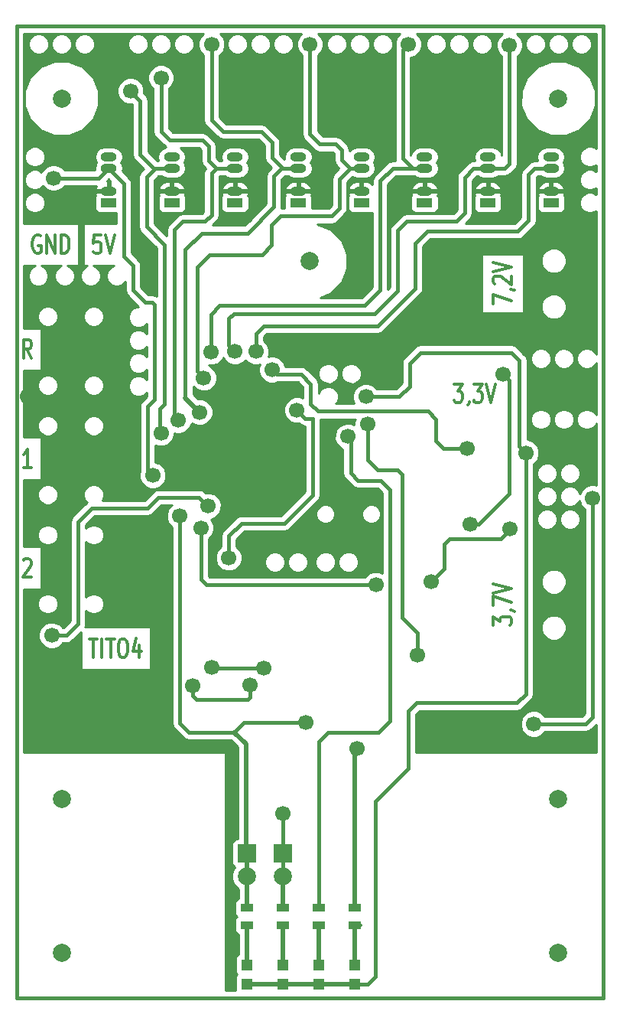
<source format=gtl>
G04 (created by PCBNEW (22-Jun-2014 BZR 4027)-stable) date mar 26 ago 2014 17:19:03 ART*
%MOIN*%
G04 Gerber Fmt 3.4, Leading zero omitted, Abs format*
%FSLAX34Y34*%
G01*
G70*
G90*
G04 APERTURE LIST*
%ADD10C,0.00590551*%
%ADD11C,0.012*%
%ADD12C,0.015*%
%ADD13C,0.0787402*%
%ADD14R,0.0708661X0.0394*%
%ADD15O,0.0708661X0.0394*%
%ADD16R,0.055X0.035*%
%ADD17R,0.0787402X0.0787402*%
%ADD18R,0.0472X0.0472*%
%ADD19C,0.0669291*%
%ADD20C,0.02*%
%ADD21C,0.018*%
%ADD22C,0.01*%
G04 APERTURE END LIST*
G54D10*
G54D11*
X10930Y-42749D02*
X10959Y-42711D01*
X11016Y-42673D01*
X11159Y-42673D01*
X11216Y-42711D01*
X11245Y-42749D01*
X11273Y-42825D01*
X11273Y-42901D01*
X11245Y-43016D01*
X10902Y-43473D01*
X11273Y-43473D01*
X11273Y-38709D02*
X10930Y-38709D01*
X11102Y-38709D02*
X11102Y-37909D01*
X11045Y-38023D01*
X10988Y-38100D01*
X10930Y-38138D01*
X13817Y-46177D02*
X14160Y-46177D01*
X13989Y-46977D02*
X13989Y-46177D01*
X14360Y-46977D02*
X14360Y-46177D01*
X14560Y-46177D02*
X14903Y-46177D01*
X14732Y-46977D02*
X14732Y-46177D01*
X15217Y-46177D02*
X15332Y-46177D01*
X15389Y-46215D01*
X15446Y-46291D01*
X15474Y-46444D01*
X15474Y-46710D01*
X15446Y-46863D01*
X15389Y-46939D01*
X15332Y-46977D01*
X15217Y-46977D01*
X15160Y-46939D01*
X15103Y-46863D01*
X15074Y-46710D01*
X15074Y-46444D01*
X15103Y-46291D01*
X15160Y-46215D01*
X15217Y-46177D01*
X15989Y-46444D02*
X15989Y-46977D01*
X15846Y-46139D02*
X15703Y-46710D01*
X16074Y-46710D01*
X29704Y-35074D02*
X30076Y-35074D01*
X29876Y-35379D01*
X29961Y-35379D01*
X30019Y-35417D01*
X30047Y-35455D01*
X30076Y-35532D01*
X30076Y-35722D01*
X30047Y-35798D01*
X30019Y-35836D01*
X29961Y-35874D01*
X29790Y-35874D01*
X29733Y-35836D01*
X29704Y-35798D01*
X30361Y-35836D02*
X30361Y-35874D01*
X30333Y-35951D01*
X30304Y-35989D01*
X30561Y-35074D02*
X30933Y-35074D01*
X30733Y-35379D01*
X30819Y-35379D01*
X30876Y-35417D01*
X30904Y-35455D01*
X30933Y-35532D01*
X30933Y-35722D01*
X30904Y-35798D01*
X30876Y-35836D01*
X30819Y-35874D01*
X30647Y-35874D01*
X30590Y-35836D01*
X30561Y-35798D01*
X31104Y-35074D02*
X31304Y-35874D01*
X31504Y-35074D01*
X31413Y-45570D02*
X31413Y-45199D01*
X31718Y-45399D01*
X31718Y-45313D01*
X31756Y-45256D01*
X31794Y-45227D01*
X31870Y-45199D01*
X32061Y-45199D01*
X32137Y-45227D01*
X32175Y-45256D01*
X32213Y-45313D01*
X32213Y-45485D01*
X32175Y-45542D01*
X32137Y-45570D01*
X32175Y-44913D02*
X32213Y-44913D01*
X32289Y-44942D01*
X32327Y-44970D01*
X31413Y-44713D02*
X31413Y-44313D01*
X32213Y-44570D01*
X31413Y-44170D02*
X32213Y-43970D01*
X31413Y-43770D01*
X31413Y-31594D02*
X31413Y-31194D01*
X32213Y-31451D01*
X32175Y-30937D02*
X32213Y-30937D01*
X32289Y-30965D01*
X32327Y-30994D01*
X31489Y-30708D02*
X31451Y-30680D01*
X31413Y-30622D01*
X31413Y-30480D01*
X31451Y-30422D01*
X31489Y-30394D01*
X31565Y-30365D01*
X31642Y-30365D01*
X31756Y-30394D01*
X32213Y-30737D01*
X32213Y-30365D01*
X31413Y-30194D02*
X32213Y-29994D01*
X31413Y-29794D01*
X11288Y-33945D02*
X11088Y-33564D01*
X10945Y-33945D02*
X10945Y-33145D01*
X11173Y-33145D01*
X11230Y-33183D01*
X11259Y-33222D01*
X11288Y-33298D01*
X11288Y-33412D01*
X11259Y-33488D01*
X11230Y-33526D01*
X11173Y-33564D01*
X10945Y-33564D01*
X14295Y-28578D02*
X14009Y-28578D01*
X13980Y-28959D01*
X14009Y-28921D01*
X14066Y-28883D01*
X14209Y-28883D01*
X14266Y-28921D01*
X14295Y-28959D01*
X14323Y-29036D01*
X14323Y-29226D01*
X14295Y-29302D01*
X14266Y-29340D01*
X14209Y-29378D01*
X14066Y-29378D01*
X14009Y-29340D01*
X13980Y-29302D01*
X14495Y-28578D02*
X14695Y-29378D01*
X14895Y-28578D01*
X11668Y-28617D02*
X11611Y-28578D01*
X11525Y-28578D01*
X11440Y-28617D01*
X11383Y-28693D01*
X11354Y-28769D01*
X11325Y-28921D01*
X11325Y-29036D01*
X11354Y-29188D01*
X11383Y-29264D01*
X11440Y-29340D01*
X11525Y-29378D01*
X11583Y-29378D01*
X11668Y-29340D01*
X11697Y-29302D01*
X11697Y-29036D01*
X11583Y-29036D01*
X11954Y-29378D02*
X11954Y-28578D01*
X12297Y-29378D01*
X12297Y-28578D01*
X12583Y-29378D02*
X12583Y-28578D01*
X12725Y-28578D01*
X12811Y-28617D01*
X12868Y-28693D01*
X12897Y-28769D01*
X12925Y-28921D01*
X12925Y-29036D01*
X12897Y-29188D01*
X12868Y-29264D01*
X12811Y-29340D01*
X12725Y-29378D01*
X12583Y-29378D01*
G54D12*
X36220Y-61811D02*
X10629Y-61811D01*
X36220Y-19488D02*
X36220Y-61811D01*
X10629Y-19488D02*
X36220Y-19488D01*
X10629Y-61811D02*
X10629Y-19488D01*
G54D13*
X23425Y-29724D03*
X12598Y-53149D03*
X12598Y-59842D03*
X34251Y-59842D03*
X34251Y-53149D03*
G54D14*
X14645Y-27181D03*
G54D15*
X14645Y-26681D03*
X14645Y-25681D03*
X14645Y-25181D03*
G54D14*
X22913Y-27181D03*
G54D15*
X22913Y-26681D03*
X22913Y-25681D03*
X22913Y-25181D03*
G54D14*
X17401Y-27181D03*
G54D15*
X17401Y-26681D03*
X17401Y-25681D03*
X17401Y-25181D03*
G54D14*
X25669Y-27181D03*
G54D15*
X25669Y-26681D03*
X25669Y-25681D03*
X25669Y-25181D03*
G54D14*
X28425Y-27181D03*
G54D15*
X28425Y-26681D03*
X28425Y-25681D03*
X28425Y-25181D03*
G54D14*
X20157Y-27181D03*
G54D15*
X20157Y-26681D03*
X20157Y-25681D03*
X20157Y-25181D03*
G54D16*
X20669Y-57892D03*
X20669Y-58642D03*
X22244Y-57892D03*
X22244Y-58642D03*
X23818Y-57892D03*
X23818Y-58642D03*
X25393Y-57892D03*
X25393Y-58642D03*
G54D17*
X22244Y-55523D03*
G54D13*
X22244Y-56523D03*
G54D17*
X20669Y-55523D03*
G54D13*
X20669Y-56523D03*
G54D18*
X20669Y-61200D03*
X20669Y-60374D03*
X22244Y-61200D03*
X22244Y-60374D03*
X23818Y-61200D03*
X23818Y-60374D03*
X25393Y-61200D03*
X25393Y-60374D03*
G54D14*
X33937Y-27181D03*
G54D15*
X33937Y-26681D03*
X33937Y-25681D03*
X33937Y-25181D03*
G54D14*
X31181Y-27181D03*
G54D15*
X31181Y-26681D03*
X31181Y-25681D03*
X31181Y-25181D03*
G54D13*
X12598Y-22637D03*
X34251Y-22637D03*
G54D19*
X25866Y-35629D03*
X32834Y-38070D03*
X20826Y-48188D03*
X18307Y-48228D03*
X21417Y-47440D03*
X19133Y-47401D03*
X25944Y-36811D03*
X28110Y-46889D03*
X25472Y-50944D03*
X25078Y-37362D03*
X22244Y-53775D03*
X12165Y-46023D03*
X18976Y-40393D03*
X18661Y-41338D03*
X26299Y-43818D03*
X28720Y-43670D03*
X32140Y-41390D03*
X22860Y-36210D03*
X19881Y-42637D03*
X21771Y-34448D03*
X30275Y-37874D03*
X17755Y-40826D03*
X33188Y-49881D03*
X35748Y-40039D03*
X23228Y-49803D03*
X16574Y-39055D03*
X12244Y-26102D03*
X16929Y-37204D03*
X15600Y-22310D03*
X17677Y-36653D03*
X16929Y-21732D03*
X18622Y-36299D03*
X19133Y-20275D03*
X18779Y-34803D03*
X23425Y-20275D03*
X19100Y-33680D03*
X27716Y-20275D03*
X20157Y-33661D03*
X32125Y-20314D03*
X21062Y-33661D03*
X27795Y-32362D03*
X26496Y-33543D03*
X11102Y-35629D03*
X14881Y-37440D03*
X14921Y-35472D03*
X30420Y-41180D03*
X31850Y-34645D03*
G54D20*
X23818Y-61200D02*
X25393Y-61200D01*
X22244Y-61200D02*
X23818Y-61200D01*
X20669Y-61200D02*
X22244Y-61200D01*
G54D21*
X32559Y-37795D02*
X32559Y-34059D01*
X27310Y-35629D02*
X25866Y-35629D01*
X27770Y-35170D02*
X27310Y-35629D01*
X27770Y-34170D02*
X27770Y-35170D01*
X28240Y-33700D02*
X27770Y-34170D01*
X32200Y-33700D02*
X28240Y-33700D01*
X32559Y-34059D02*
X32200Y-33700D01*
X32834Y-38070D02*
X32559Y-37795D01*
X32834Y-38070D02*
X32834Y-48575D01*
X32834Y-48575D02*
X32450Y-48960D01*
X32450Y-48960D02*
X28070Y-48960D01*
X28070Y-48960D02*
X27720Y-49310D01*
X27720Y-49310D02*
X27720Y-51810D01*
X27720Y-51810D02*
X26270Y-53260D01*
X26270Y-53260D02*
X26270Y-60880D01*
X26270Y-60880D02*
X25949Y-61200D01*
X25949Y-61200D02*
X25393Y-61200D01*
X18307Y-48637D02*
X18490Y-48820D01*
X18490Y-48820D02*
X20710Y-48820D01*
X20710Y-48820D02*
X20826Y-48703D01*
X20826Y-48703D02*
X20826Y-48188D01*
X18307Y-48228D02*
X18307Y-48637D01*
X21417Y-47440D02*
X19173Y-47440D01*
X19173Y-47440D02*
X19133Y-47401D01*
X26614Y-38830D02*
X26380Y-38830D01*
X26380Y-38830D02*
X25944Y-38394D01*
X25944Y-38394D02*
X25944Y-36811D01*
X27440Y-39020D02*
X27440Y-45236D01*
X27250Y-38830D02*
X27440Y-39020D01*
X26614Y-38830D02*
X27250Y-38830D01*
X28110Y-45905D02*
X27440Y-45236D01*
X28110Y-46889D02*
X28110Y-45905D01*
G54D20*
X25393Y-57892D02*
X25393Y-51023D01*
X25393Y-51023D02*
X25472Y-50944D01*
G54D11*
X25472Y-50944D02*
X25393Y-51023D01*
G54D21*
X25196Y-38956D02*
X25196Y-37480D01*
X25196Y-37480D02*
X25078Y-37362D01*
X23818Y-50651D02*
X24210Y-50260D01*
X23818Y-57892D02*
X23818Y-50651D01*
X25520Y-39280D02*
X25196Y-38956D01*
X26510Y-39280D02*
X25520Y-39280D01*
X26920Y-39690D02*
X26510Y-39280D01*
X26920Y-49750D02*
X26920Y-39690D01*
X26410Y-50260D02*
X26920Y-49750D01*
X24210Y-50260D02*
X26410Y-50260D01*
G54D20*
X22244Y-57892D02*
X22244Y-56523D01*
X20669Y-57892D02*
X20669Y-56523D01*
G54D21*
X22244Y-55523D02*
X22244Y-56523D01*
X22244Y-53775D02*
X22244Y-55523D01*
X12165Y-46023D02*
X12816Y-46023D01*
X18592Y-40010D02*
X18976Y-40393D01*
X16820Y-40010D02*
X18592Y-40010D01*
X16350Y-40480D02*
X16820Y-40010D01*
X13910Y-40480D02*
X16350Y-40480D01*
X13320Y-41070D02*
X13910Y-40480D01*
X13320Y-45520D02*
X13320Y-41070D01*
X12816Y-46023D02*
X13320Y-45520D01*
X18897Y-43818D02*
X26299Y-43818D01*
X18661Y-43582D02*
X18897Y-43818D01*
X18661Y-41338D02*
X18661Y-43582D01*
X28720Y-43670D02*
X29280Y-43110D01*
X29280Y-43110D02*
X29280Y-42040D01*
X29280Y-42040D02*
X29520Y-41800D01*
X29520Y-41800D02*
X31730Y-41800D01*
X31730Y-41800D02*
X32140Y-41390D01*
X23540Y-36570D02*
X23220Y-36570D01*
X23220Y-36570D02*
X22860Y-36210D01*
X23540Y-36570D02*
X23540Y-39900D01*
X23540Y-39900D02*
X22298Y-41141D01*
X21496Y-41141D02*
X20433Y-41141D01*
X19881Y-41692D02*
X19881Y-42637D01*
X20433Y-41141D02*
X19881Y-41692D01*
X21496Y-41141D02*
X22298Y-41141D01*
X22047Y-34645D02*
X21968Y-34645D01*
X21968Y-34645D02*
X21771Y-34448D01*
X23460Y-35400D02*
X23460Y-35940D01*
X23780Y-36260D02*
X28570Y-36260D01*
X23460Y-35940D02*
X23780Y-36260D01*
X22047Y-34645D02*
X23035Y-34645D01*
X23460Y-35070D02*
X23460Y-35400D01*
X23035Y-34645D02*
X23460Y-35070D01*
X28920Y-37540D02*
X29254Y-37874D01*
X28920Y-36610D02*
X28920Y-37540D01*
X28570Y-36260D02*
X28920Y-36610D01*
X29254Y-37874D02*
X30275Y-37874D01*
G54D11*
X22047Y-34645D02*
X22047Y-34645D01*
G54D21*
X17755Y-40826D02*
X17755Y-41259D01*
G54D20*
X20669Y-55523D02*
X20669Y-56523D01*
X20629Y-53750D02*
X20629Y-55484D01*
X20629Y-55484D02*
X20669Y-55523D01*
G54D21*
X20629Y-55484D02*
X20669Y-55523D01*
G54D11*
X20629Y-53670D02*
X20629Y-53750D01*
X20629Y-55484D02*
X20669Y-55523D01*
G54D21*
X33188Y-49881D02*
X35433Y-49881D01*
X35748Y-49566D02*
X35748Y-40039D01*
X35433Y-49881D02*
X35748Y-49566D01*
G54D20*
X20629Y-54173D02*
X20629Y-53670D01*
X20629Y-53670D02*
X20629Y-50748D01*
X20629Y-50748D02*
X20118Y-50236D01*
G54D21*
X23228Y-49803D02*
X20551Y-49803D01*
X20551Y-49803D02*
X20118Y-50236D01*
X20629Y-50748D02*
X20118Y-50236D01*
X20118Y-50236D02*
X18136Y-50236D01*
X17755Y-49855D02*
X17755Y-41259D01*
X18136Y-50236D02*
X17755Y-49855D01*
G54D11*
X20118Y-50236D02*
X20629Y-50748D01*
G54D21*
X16338Y-38818D02*
X16338Y-37480D01*
X16574Y-39055D02*
X16338Y-38818D01*
X15314Y-26350D02*
X15314Y-29504D01*
X15314Y-29504D02*
X15720Y-29910D01*
X15720Y-29910D02*
X15720Y-30990D01*
X15720Y-30990D02*
X16250Y-31520D01*
X16250Y-31520D02*
X16559Y-31520D01*
X16559Y-31520D02*
X16650Y-31610D01*
X16650Y-31610D02*
X16650Y-35751D01*
X16650Y-35751D02*
X16338Y-36062D01*
X16338Y-36062D02*
X16338Y-37480D01*
X14645Y-25681D02*
X15314Y-26350D01*
X12244Y-26102D02*
X14224Y-26102D01*
X14224Y-26102D02*
X14645Y-25681D01*
X17086Y-35944D02*
X16889Y-36141D01*
X16889Y-36141D02*
X16889Y-37165D01*
X16889Y-37165D02*
X16929Y-37204D01*
X16681Y-25681D02*
X17401Y-25681D01*
X16299Y-26062D02*
X16681Y-25681D01*
X16299Y-28228D02*
X16299Y-26062D01*
X17086Y-29015D02*
X16299Y-28228D01*
X17086Y-35944D02*
X17086Y-29015D01*
X16023Y-25078D02*
X16023Y-22733D01*
X16625Y-25681D02*
X16023Y-25078D01*
X17401Y-25681D02*
X16625Y-25681D01*
X16023Y-22733D02*
X15600Y-22310D01*
X17519Y-35905D02*
X17519Y-36496D01*
X19351Y-25681D02*
X19133Y-25898D01*
X19133Y-25898D02*
X19133Y-27716D01*
X19133Y-27716D02*
X18858Y-27992D01*
X18858Y-27992D02*
X17874Y-27992D01*
X17874Y-27992D02*
X17519Y-28346D01*
X17519Y-28346D02*
X17519Y-34448D01*
X17519Y-34448D02*
X17519Y-35905D01*
X17519Y-36496D02*
X17677Y-36653D01*
X20157Y-25681D02*
X19351Y-25681D01*
X16929Y-21732D02*
X16929Y-24069D01*
X19010Y-25340D02*
X19351Y-25681D01*
X19010Y-24730D02*
X19010Y-25340D01*
X18730Y-24450D02*
X19010Y-24730D01*
X17310Y-24450D02*
X18730Y-24450D01*
X16929Y-24069D02*
X17310Y-24450D01*
X18622Y-36299D02*
X18011Y-35688D01*
X18011Y-35688D02*
X17992Y-35669D01*
X18700Y-28503D02*
X17992Y-29212D01*
X17992Y-29212D02*
X17992Y-35669D01*
X22913Y-25681D02*
X22192Y-25681D01*
X22192Y-25681D02*
X21850Y-26023D01*
X21850Y-26023D02*
X21850Y-27362D01*
X21850Y-27362D02*
X20708Y-28503D01*
X20708Y-28503D02*
X18700Y-28503D01*
G54D20*
X17992Y-35669D02*
X18622Y-36299D01*
G54D21*
X19133Y-20275D02*
X19133Y-23573D01*
X22241Y-25681D02*
X22913Y-25681D01*
X21780Y-25220D02*
X22241Y-25681D01*
X21780Y-24550D02*
X21780Y-25220D01*
X21310Y-24080D02*
X21780Y-24550D01*
X19640Y-24080D02*
X21310Y-24080D01*
X19133Y-23573D02*
X19640Y-24080D01*
X18503Y-34291D02*
X18503Y-34527D01*
X18503Y-34527D02*
X18779Y-34803D01*
X18503Y-34291D02*
X18503Y-29976D01*
X24720Y-26132D02*
X25171Y-25681D01*
X24720Y-27420D02*
X24720Y-26132D01*
X24380Y-27760D02*
X24720Y-27420D01*
X22160Y-27760D02*
X24380Y-27760D01*
X21760Y-28160D02*
X22160Y-27760D01*
X21760Y-29020D02*
X21760Y-28160D01*
X21330Y-29450D02*
X21760Y-29020D01*
X19030Y-29450D02*
X21330Y-29450D01*
X18503Y-29976D02*
X19030Y-29450D01*
X25171Y-25681D02*
X25669Y-25681D01*
X23425Y-20275D02*
X23425Y-24195D01*
X23425Y-24195D02*
X23860Y-24630D01*
X23860Y-24630D02*
X24560Y-24630D01*
X24560Y-24630D02*
X24810Y-24880D01*
X24810Y-24880D02*
X24810Y-25320D01*
X24810Y-25320D02*
X25171Y-25681D01*
X25171Y-25681D02*
X25669Y-25681D01*
X19100Y-33680D02*
X19094Y-32035D01*
X19094Y-32035D02*
X19490Y-31640D01*
X19490Y-31640D02*
X25820Y-31640D01*
X25820Y-31640D02*
X26480Y-30980D01*
X26480Y-30980D02*
X26480Y-26230D01*
X26480Y-26230D02*
X27028Y-25681D01*
X27028Y-25681D02*
X28425Y-25681D01*
X28425Y-25681D02*
X27901Y-25681D01*
X27901Y-25681D02*
X27480Y-25260D01*
X27480Y-25260D02*
X27480Y-20511D01*
X27480Y-20511D02*
X27716Y-20275D01*
G54D11*
X27480Y-20511D02*
X27716Y-20275D01*
G54D21*
X19881Y-33385D02*
X19881Y-32637D01*
X20157Y-33661D02*
X19881Y-33385D01*
X19881Y-32637D02*
X19881Y-32218D01*
X19881Y-32218D02*
X20100Y-32000D01*
X20100Y-32000D02*
X26240Y-32000D01*
X26240Y-32000D02*
X27240Y-31000D01*
X27240Y-31000D02*
X27240Y-28390D01*
X27240Y-28390D02*
X27650Y-27980D01*
X27650Y-27980D02*
X29820Y-27980D01*
X29820Y-27980D02*
X30170Y-27630D01*
X30170Y-27630D02*
X30170Y-26070D01*
X30170Y-26070D02*
X30558Y-25681D01*
X30558Y-25681D02*
X31181Y-25681D01*
X31181Y-25681D02*
X31917Y-25681D01*
X31917Y-25681D02*
X32125Y-25472D01*
X32125Y-25472D02*
X32125Y-20314D01*
G54D11*
X31917Y-25681D02*
X32125Y-25472D01*
G54D21*
X21062Y-33661D02*
X21062Y-32887D01*
X33218Y-25681D02*
X33937Y-25681D01*
X32960Y-25940D02*
X33218Y-25681D01*
X32960Y-27950D02*
X32960Y-25940D01*
X32490Y-28420D02*
X32960Y-27950D01*
X28540Y-28420D02*
X32490Y-28420D01*
X28020Y-28940D02*
X28540Y-28420D01*
X28020Y-30900D02*
X28020Y-28940D01*
X26370Y-32550D02*
X28020Y-30900D01*
X21400Y-32550D02*
X26370Y-32550D01*
X21062Y-32887D02*
X21400Y-32550D01*
X27795Y-33244D02*
X27795Y-32362D01*
X27496Y-33543D02*
X27795Y-33244D01*
X26496Y-33543D02*
X27496Y-33543D01*
X12559Y-36210D02*
X13965Y-36210D01*
X14921Y-35472D02*
X14921Y-35551D01*
X14262Y-36210D02*
X13965Y-36210D01*
X14921Y-35551D02*
X14262Y-36210D01*
X11102Y-35629D02*
X11102Y-36052D01*
X11102Y-36052D02*
X11260Y-36210D01*
X11260Y-36210D02*
X12559Y-36210D01*
X14881Y-37440D02*
X14881Y-35511D01*
X14881Y-35511D02*
X14921Y-35472D01*
G54D20*
X22244Y-60374D02*
X22244Y-58642D01*
X20669Y-60374D02*
X20669Y-58642D01*
X25393Y-60374D02*
X25393Y-58642D01*
G54D11*
X25648Y-58642D02*
X25393Y-58642D01*
G54D20*
X23818Y-60374D02*
X23818Y-58642D01*
G54D21*
X30420Y-41180D02*
X30790Y-41180D01*
X30790Y-41180D02*
X32125Y-39844D01*
X32125Y-39844D02*
X32125Y-34921D01*
X32125Y-34921D02*
X31850Y-34645D01*
G54D11*
X31850Y-34645D02*
X32125Y-34921D01*
G54D10*
G36*
X18874Y-25685D02*
X18819Y-25768D01*
X18793Y-25898D01*
X18793Y-27575D01*
X18717Y-27652D01*
X18006Y-27652D01*
X18006Y-27328D01*
X18006Y-26934D01*
X17968Y-26843D01*
X17990Y-26799D01*
X17990Y-26562D01*
X17910Y-26400D01*
X17776Y-26287D01*
X17609Y-26234D01*
X17451Y-26234D01*
X17451Y-26631D01*
X17940Y-26631D01*
X17990Y-26562D01*
X17990Y-26799D01*
X17940Y-26731D01*
X17451Y-26731D01*
X17451Y-26734D01*
X17351Y-26734D01*
X17351Y-26731D01*
X17351Y-26631D01*
X17351Y-26234D01*
X17194Y-26234D01*
X17027Y-26287D01*
X16893Y-26400D01*
X16813Y-26562D01*
X16863Y-26631D01*
X17351Y-26631D01*
X17351Y-26731D01*
X16863Y-26731D01*
X16813Y-26799D01*
X16835Y-26843D01*
X16797Y-26934D01*
X16797Y-27033D01*
X16797Y-27427D01*
X16835Y-27519D01*
X16905Y-27589D01*
X16997Y-27628D01*
X17097Y-27628D01*
X17805Y-27628D01*
X17897Y-27590D01*
X17967Y-27519D01*
X18006Y-27428D01*
X18006Y-27328D01*
X18006Y-27652D01*
X17874Y-27652D01*
X17765Y-27673D01*
X17743Y-27678D01*
X17633Y-27751D01*
X17279Y-28106D01*
X17205Y-28216D01*
X17179Y-28346D01*
X17179Y-28627D01*
X16639Y-28087D01*
X16639Y-26203D01*
X16821Y-26021D01*
X16952Y-26021D01*
X17061Y-26094D01*
X17232Y-26128D01*
X17571Y-26128D01*
X17742Y-26094D01*
X17887Y-25997D01*
X17983Y-25852D01*
X18018Y-25681D01*
X17983Y-25510D01*
X17931Y-25431D01*
X17983Y-25352D01*
X18018Y-25181D01*
X17983Y-25010D01*
X17887Y-24865D01*
X17774Y-24790D01*
X18589Y-24790D01*
X18670Y-24870D01*
X18670Y-25340D01*
X18695Y-25470D01*
X18769Y-25580D01*
X18874Y-25685D01*
X18874Y-25685D01*
G37*
G54D22*
X18874Y-25685D02*
X18819Y-25768D01*
X18793Y-25898D01*
X18793Y-27575D01*
X18717Y-27652D01*
X18006Y-27652D01*
X18006Y-27328D01*
X18006Y-26934D01*
X17968Y-26843D01*
X17990Y-26799D01*
X17990Y-26562D01*
X17910Y-26400D01*
X17776Y-26287D01*
X17609Y-26234D01*
X17451Y-26234D01*
X17451Y-26631D01*
X17940Y-26631D01*
X17990Y-26562D01*
X17990Y-26799D01*
X17940Y-26731D01*
X17451Y-26731D01*
X17451Y-26734D01*
X17351Y-26734D01*
X17351Y-26731D01*
X17351Y-26631D01*
X17351Y-26234D01*
X17194Y-26234D01*
X17027Y-26287D01*
X16893Y-26400D01*
X16813Y-26562D01*
X16863Y-26631D01*
X17351Y-26631D01*
X17351Y-26731D01*
X16863Y-26731D01*
X16813Y-26799D01*
X16835Y-26843D01*
X16797Y-26934D01*
X16797Y-27033D01*
X16797Y-27427D01*
X16835Y-27519D01*
X16905Y-27589D01*
X16997Y-27628D01*
X17097Y-27628D01*
X17805Y-27628D01*
X17897Y-27590D01*
X17967Y-27519D01*
X18006Y-27428D01*
X18006Y-27328D01*
X18006Y-27652D01*
X17874Y-27652D01*
X17765Y-27673D01*
X17743Y-27678D01*
X17633Y-27751D01*
X17279Y-28106D01*
X17205Y-28216D01*
X17179Y-28346D01*
X17179Y-28627D01*
X16639Y-28087D01*
X16639Y-26203D01*
X16821Y-26021D01*
X16952Y-26021D01*
X17061Y-26094D01*
X17232Y-26128D01*
X17571Y-26128D01*
X17742Y-26094D01*
X17887Y-25997D01*
X17983Y-25852D01*
X18018Y-25681D01*
X17983Y-25510D01*
X17931Y-25431D01*
X17983Y-25352D01*
X18018Y-25181D01*
X17983Y-25010D01*
X17887Y-24865D01*
X17774Y-24790D01*
X18589Y-24790D01*
X18670Y-24870D01*
X18670Y-25340D01*
X18695Y-25470D01*
X18769Y-25580D01*
X18874Y-25685D01*
G54D10*
G36*
X24690Y-25681D02*
X24479Y-25891D01*
X24405Y-26002D01*
X24380Y-26132D01*
X24380Y-27279D01*
X24239Y-27420D01*
X23517Y-27420D01*
X23518Y-27328D01*
X23518Y-26934D01*
X23480Y-26843D01*
X23501Y-26799D01*
X23501Y-26562D01*
X23422Y-26400D01*
X23288Y-26287D01*
X23120Y-26234D01*
X22963Y-26234D01*
X22963Y-26631D01*
X23452Y-26631D01*
X23501Y-26562D01*
X23501Y-26799D01*
X23452Y-26731D01*
X22963Y-26731D01*
X22963Y-26734D01*
X22863Y-26734D01*
X22863Y-26731D01*
X22863Y-26631D01*
X22863Y-26234D01*
X22706Y-26234D01*
X22539Y-26287D01*
X22404Y-26400D01*
X22325Y-26562D01*
X22375Y-26631D01*
X22863Y-26631D01*
X22863Y-26731D01*
X22375Y-26731D01*
X22325Y-26799D01*
X22346Y-26843D01*
X22309Y-26934D01*
X22309Y-27033D01*
X22309Y-27420D01*
X22178Y-27420D01*
X22190Y-27362D01*
X22190Y-27362D01*
X22190Y-26164D01*
X22333Y-26021D01*
X22464Y-26021D01*
X22573Y-26094D01*
X22744Y-26128D01*
X23082Y-26128D01*
X23253Y-26094D01*
X23398Y-25997D01*
X23495Y-25852D01*
X23529Y-25681D01*
X23495Y-25510D01*
X23443Y-25431D01*
X23495Y-25352D01*
X23529Y-25181D01*
X23495Y-25010D01*
X23398Y-24865D01*
X23253Y-24768D01*
X23082Y-24734D01*
X22744Y-24734D01*
X22709Y-24740D01*
X22709Y-20186D01*
X22641Y-20021D01*
X22515Y-19894D01*
X22349Y-19825D01*
X22170Y-19825D01*
X22005Y-19893D01*
X21878Y-20020D01*
X21809Y-20185D01*
X21809Y-20364D01*
X21878Y-20530D01*
X22004Y-20656D01*
X22169Y-20725D01*
X22348Y-20725D01*
X22514Y-20657D01*
X22641Y-20530D01*
X22709Y-20365D01*
X22709Y-20186D01*
X22709Y-24740D01*
X22573Y-24768D01*
X22428Y-24865D01*
X22331Y-25010D01*
X22297Y-25181D01*
X22316Y-25275D01*
X22120Y-25079D01*
X22120Y-24550D01*
X22098Y-24441D01*
X22094Y-24419D01*
X22094Y-24419D01*
X22020Y-24309D01*
X22020Y-24309D01*
X21709Y-23999D01*
X21709Y-20186D01*
X21641Y-20021D01*
X21515Y-19894D01*
X21349Y-19825D01*
X21170Y-19825D01*
X21005Y-19893D01*
X20878Y-20020D01*
X20809Y-20185D01*
X20809Y-20364D01*
X20878Y-20530D01*
X21004Y-20656D01*
X21169Y-20725D01*
X21348Y-20725D01*
X21514Y-20657D01*
X21641Y-20530D01*
X21709Y-20365D01*
X21709Y-20186D01*
X21709Y-23999D01*
X21550Y-23839D01*
X21440Y-23765D01*
X21310Y-23740D01*
X20709Y-23740D01*
X20709Y-20186D01*
X20641Y-20021D01*
X20515Y-19894D01*
X20349Y-19825D01*
X20170Y-19825D01*
X20005Y-19893D01*
X19878Y-20020D01*
X19809Y-20185D01*
X19809Y-20364D01*
X19878Y-20530D01*
X20004Y-20656D01*
X20169Y-20725D01*
X20348Y-20725D01*
X20514Y-20657D01*
X20641Y-20530D01*
X20709Y-20365D01*
X20709Y-20186D01*
X20709Y-23740D01*
X19780Y-23740D01*
X19473Y-23433D01*
X19473Y-20762D01*
X19629Y-20607D01*
X19718Y-20392D01*
X19718Y-20159D01*
X19629Y-19944D01*
X19498Y-19813D01*
X23060Y-19813D01*
X22929Y-19943D01*
X22840Y-20158D01*
X22840Y-20391D01*
X22929Y-20606D01*
X23085Y-20762D01*
X23085Y-24195D01*
X23111Y-24325D01*
X23184Y-24435D01*
X23619Y-24870D01*
X23619Y-24870D01*
X23693Y-24919D01*
X23729Y-24944D01*
X23729Y-24944D01*
X23860Y-24970D01*
X24419Y-24970D01*
X24470Y-25020D01*
X24470Y-25320D01*
X24495Y-25450D01*
X24569Y-25560D01*
X24690Y-25681D01*
X24690Y-25681D01*
G37*
G54D22*
X24690Y-25681D02*
X24479Y-25891D01*
X24405Y-26002D01*
X24380Y-26132D01*
X24380Y-27279D01*
X24239Y-27420D01*
X23517Y-27420D01*
X23518Y-27328D01*
X23518Y-26934D01*
X23480Y-26843D01*
X23501Y-26799D01*
X23501Y-26562D01*
X23422Y-26400D01*
X23288Y-26287D01*
X23120Y-26234D01*
X22963Y-26234D01*
X22963Y-26631D01*
X23452Y-26631D01*
X23501Y-26562D01*
X23501Y-26799D01*
X23452Y-26731D01*
X22963Y-26731D01*
X22963Y-26734D01*
X22863Y-26734D01*
X22863Y-26731D01*
X22863Y-26631D01*
X22863Y-26234D01*
X22706Y-26234D01*
X22539Y-26287D01*
X22404Y-26400D01*
X22325Y-26562D01*
X22375Y-26631D01*
X22863Y-26631D01*
X22863Y-26731D01*
X22375Y-26731D01*
X22325Y-26799D01*
X22346Y-26843D01*
X22309Y-26934D01*
X22309Y-27033D01*
X22309Y-27420D01*
X22178Y-27420D01*
X22190Y-27362D01*
X22190Y-27362D01*
X22190Y-26164D01*
X22333Y-26021D01*
X22464Y-26021D01*
X22573Y-26094D01*
X22744Y-26128D01*
X23082Y-26128D01*
X23253Y-26094D01*
X23398Y-25997D01*
X23495Y-25852D01*
X23529Y-25681D01*
X23495Y-25510D01*
X23443Y-25431D01*
X23495Y-25352D01*
X23529Y-25181D01*
X23495Y-25010D01*
X23398Y-24865D01*
X23253Y-24768D01*
X23082Y-24734D01*
X22744Y-24734D01*
X22709Y-24740D01*
X22709Y-20186D01*
X22641Y-20021D01*
X22515Y-19894D01*
X22349Y-19825D01*
X22170Y-19825D01*
X22005Y-19893D01*
X21878Y-20020D01*
X21809Y-20185D01*
X21809Y-20364D01*
X21878Y-20530D01*
X22004Y-20656D01*
X22169Y-20725D01*
X22348Y-20725D01*
X22514Y-20657D01*
X22641Y-20530D01*
X22709Y-20365D01*
X22709Y-20186D01*
X22709Y-24740D01*
X22573Y-24768D01*
X22428Y-24865D01*
X22331Y-25010D01*
X22297Y-25181D01*
X22316Y-25275D01*
X22120Y-25079D01*
X22120Y-24550D01*
X22098Y-24441D01*
X22094Y-24419D01*
X22094Y-24419D01*
X22020Y-24309D01*
X22020Y-24309D01*
X21709Y-23999D01*
X21709Y-20186D01*
X21641Y-20021D01*
X21515Y-19894D01*
X21349Y-19825D01*
X21170Y-19825D01*
X21005Y-19893D01*
X20878Y-20020D01*
X20809Y-20185D01*
X20809Y-20364D01*
X20878Y-20530D01*
X21004Y-20656D01*
X21169Y-20725D01*
X21348Y-20725D01*
X21514Y-20657D01*
X21641Y-20530D01*
X21709Y-20365D01*
X21709Y-20186D01*
X21709Y-23999D01*
X21550Y-23839D01*
X21440Y-23765D01*
X21310Y-23740D01*
X20709Y-23740D01*
X20709Y-20186D01*
X20641Y-20021D01*
X20515Y-19894D01*
X20349Y-19825D01*
X20170Y-19825D01*
X20005Y-19893D01*
X19878Y-20020D01*
X19809Y-20185D01*
X19809Y-20364D01*
X19878Y-20530D01*
X20004Y-20656D01*
X20169Y-20725D01*
X20348Y-20725D01*
X20514Y-20657D01*
X20641Y-20530D01*
X20709Y-20365D01*
X20709Y-20186D01*
X20709Y-23740D01*
X19780Y-23740D01*
X19473Y-23433D01*
X19473Y-20762D01*
X19629Y-20607D01*
X19718Y-20392D01*
X19718Y-20159D01*
X19629Y-19944D01*
X19498Y-19813D01*
X23060Y-19813D01*
X22929Y-19943D01*
X22840Y-20158D01*
X22840Y-20391D01*
X22929Y-20606D01*
X23085Y-20762D01*
X23085Y-24195D01*
X23111Y-24325D01*
X23184Y-24435D01*
X23619Y-24870D01*
X23619Y-24870D01*
X23693Y-24919D01*
X23729Y-24944D01*
X23729Y-24944D01*
X23860Y-24970D01*
X24419Y-24970D01*
X24470Y-25020D01*
X24470Y-25320D01*
X24495Y-25450D01*
X24569Y-25560D01*
X24690Y-25681D01*
G54D10*
G36*
X26580Y-43302D02*
X26508Y-43272D01*
X26508Y-40655D01*
X26446Y-40504D01*
X26330Y-40388D01*
X26180Y-40326D01*
X26017Y-40326D01*
X25866Y-40388D01*
X25751Y-40503D01*
X25688Y-40654D01*
X25688Y-40817D01*
X25750Y-40968D01*
X25865Y-41083D01*
X26016Y-41146D01*
X26179Y-41146D01*
X26330Y-41084D01*
X26445Y-40968D01*
X26508Y-40818D01*
X26508Y-40655D01*
X26508Y-43272D01*
X26416Y-43234D01*
X26183Y-43234D01*
X25968Y-43322D01*
X25812Y-43478D01*
X25556Y-43478D01*
X25556Y-42745D01*
X25488Y-42580D01*
X25361Y-42453D01*
X25196Y-42384D01*
X25017Y-42384D01*
X24851Y-42452D01*
X24725Y-42579D01*
X24656Y-42744D01*
X24656Y-42923D01*
X24724Y-43089D01*
X24851Y-43215D01*
X25016Y-43284D01*
X25195Y-43284D01*
X25360Y-43216D01*
X25487Y-43089D01*
X25556Y-42924D01*
X25556Y-42745D01*
X25556Y-43478D01*
X24556Y-43478D01*
X24556Y-42745D01*
X24508Y-42629D01*
X24508Y-40655D01*
X24446Y-40504D01*
X24330Y-40388D01*
X24180Y-40326D01*
X24017Y-40326D01*
X23866Y-40388D01*
X23751Y-40503D01*
X23688Y-40654D01*
X23688Y-40817D01*
X23750Y-40968D01*
X23865Y-41083D01*
X24016Y-41146D01*
X24179Y-41146D01*
X24330Y-41084D01*
X24445Y-40968D01*
X24508Y-40818D01*
X24508Y-40655D01*
X24508Y-42629D01*
X24488Y-42580D01*
X24361Y-42453D01*
X24196Y-42384D01*
X24017Y-42384D01*
X23851Y-42452D01*
X23725Y-42579D01*
X23656Y-42744D01*
X23656Y-42923D01*
X23724Y-43089D01*
X23851Y-43215D01*
X24016Y-43284D01*
X24195Y-43284D01*
X24360Y-43216D01*
X24487Y-43089D01*
X24556Y-42924D01*
X24556Y-42745D01*
X24556Y-43478D01*
X23351Y-43478D01*
X23351Y-42745D01*
X23283Y-42580D01*
X23156Y-42453D01*
X22991Y-42384D01*
X22812Y-42384D01*
X22647Y-42452D01*
X22520Y-42579D01*
X22451Y-42744D01*
X22451Y-42923D01*
X22519Y-43089D01*
X22646Y-43215D01*
X22811Y-43284D01*
X22990Y-43284D01*
X23156Y-43216D01*
X23282Y-43089D01*
X23351Y-42924D01*
X23351Y-42745D01*
X23351Y-43478D01*
X22351Y-43478D01*
X22351Y-42745D01*
X22283Y-42580D01*
X22156Y-42453D01*
X21991Y-42384D01*
X21812Y-42384D01*
X21647Y-42452D01*
X21520Y-42579D01*
X21451Y-42744D01*
X21451Y-42923D01*
X21519Y-43089D01*
X21646Y-43215D01*
X21811Y-43284D01*
X21990Y-43284D01*
X22156Y-43216D01*
X22282Y-43089D01*
X22351Y-42924D01*
X22351Y-42745D01*
X22351Y-43478D01*
X19038Y-43478D01*
X19001Y-43441D01*
X19001Y-41825D01*
X19156Y-41670D01*
X19245Y-41455D01*
X19246Y-41222D01*
X19157Y-41007D01*
X19117Y-40967D01*
X19307Y-40889D01*
X19471Y-40725D01*
X19560Y-40510D01*
X19561Y-40277D01*
X19472Y-40062D01*
X19307Y-39898D01*
X19093Y-39809D01*
X18872Y-39808D01*
X18833Y-39769D01*
X18722Y-39695D01*
X18592Y-39670D01*
X16820Y-39670D01*
X16711Y-39691D01*
X16689Y-39695D01*
X16579Y-39769D01*
X16209Y-40140D01*
X14370Y-40140D01*
X14370Y-40139D01*
X14438Y-39975D01*
X14439Y-39797D01*
X14439Y-36797D01*
X14439Y-35033D01*
X14439Y-32033D01*
X14371Y-31869D01*
X14245Y-31743D01*
X14081Y-31675D01*
X13903Y-31675D01*
X13739Y-31743D01*
X13613Y-31868D01*
X13545Y-32032D01*
X13545Y-32210D01*
X13613Y-32374D01*
X13738Y-32500D01*
X13902Y-32568D01*
X14080Y-32568D01*
X14244Y-32501D01*
X14370Y-32375D01*
X14438Y-32211D01*
X14439Y-32033D01*
X14439Y-35033D01*
X14371Y-34869D01*
X14245Y-34743D01*
X14081Y-34675D01*
X13903Y-34675D01*
X13739Y-34743D01*
X13613Y-34868D01*
X13545Y-35032D01*
X13545Y-35210D01*
X13613Y-35374D01*
X13738Y-35500D01*
X13902Y-35568D01*
X14080Y-35568D01*
X14244Y-35501D01*
X14370Y-35375D01*
X14438Y-35211D01*
X14439Y-35033D01*
X14439Y-36797D01*
X14371Y-36633D01*
X14245Y-36507D01*
X14081Y-36439D01*
X13903Y-36438D01*
X13739Y-36506D01*
X13613Y-36632D01*
X13545Y-36796D01*
X13545Y-36974D01*
X13613Y-37138D01*
X13738Y-37264D01*
X13902Y-37332D01*
X14080Y-37332D01*
X14244Y-37264D01*
X14370Y-37139D01*
X14438Y-36975D01*
X14439Y-36797D01*
X14439Y-39797D01*
X14371Y-39633D01*
X14245Y-39507D01*
X14081Y-39439D01*
X13903Y-39438D01*
X13739Y-39506D01*
X13613Y-39632D01*
X13545Y-39796D01*
X13545Y-39974D01*
X13613Y-40138D01*
X13696Y-40221D01*
X13669Y-40239D01*
X13079Y-40829D01*
X13005Y-40939D01*
X12980Y-41070D01*
X12980Y-45379D01*
X12675Y-45683D01*
X12652Y-45683D01*
X12496Y-45528D01*
X12439Y-45504D01*
X12439Y-44561D01*
X12439Y-41561D01*
X12439Y-39797D01*
X12439Y-36797D01*
X12439Y-35033D01*
X12439Y-32033D01*
X12371Y-31869D01*
X12245Y-31743D01*
X12081Y-31675D01*
X11903Y-31675D01*
X11739Y-31743D01*
X11613Y-31868D01*
X11545Y-32032D01*
X11545Y-32210D01*
X11613Y-32374D01*
X11738Y-32500D01*
X11902Y-32568D01*
X12080Y-32568D01*
X12244Y-32501D01*
X12370Y-32375D01*
X12438Y-32211D01*
X12439Y-32033D01*
X12439Y-35033D01*
X12371Y-34869D01*
X12245Y-34743D01*
X12081Y-34675D01*
X11903Y-34675D01*
X11739Y-34743D01*
X11613Y-34868D01*
X11545Y-35032D01*
X11545Y-35210D01*
X11613Y-35374D01*
X11738Y-35500D01*
X11902Y-35568D01*
X12080Y-35568D01*
X12244Y-35501D01*
X12370Y-35375D01*
X12438Y-35211D01*
X12439Y-35033D01*
X12439Y-36797D01*
X12371Y-36633D01*
X12245Y-36507D01*
X12081Y-36439D01*
X11903Y-36438D01*
X11739Y-36506D01*
X11613Y-36632D01*
X11545Y-36796D01*
X11545Y-36974D01*
X11613Y-37138D01*
X11738Y-37264D01*
X11902Y-37332D01*
X12080Y-37332D01*
X12244Y-37264D01*
X12370Y-37139D01*
X12438Y-36975D01*
X12439Y-36797D01*
X12439Y-39797D01*
X12371Y-39633D01*
X12245Y-39507D01*
X12081Y-39439D01*
X11903Y-39438D01*
X11739Y-39506D01*
X11613Y-39632D01*
X11545Y-39796D01*
X11545Y-39974D01*
X11613Y-40138D01*
X11738Y-40264D01*
X11902Y-40332D01*
X12080Y-40332D01*
X12244Y-40264D01*
X12370Y-40139D01*
X12438Y-39975D01*
X12439Y-39797D01*
X12439Y-41561D01*
X12371Y-41396D01*
X12245Y-41271D01*
X12081Y-41202D01*
X11903Y-41202D01*
X11739Y-41270D01*
X11613Y-41396D01*
X11545Y-41560D01*
X11545Y-41738D01*
X11613Y-41902D01*
X11738Y-42028D01*
X11902Y-42096D01*
X12080Y-42096D01*
X12244Y-42028D01*
X12370Y-41903D01*
X12438Y-41738D01*
X12439Y-41561D01*
X12439Y-44561D01*
X12371Y-44396D01*
X12245Y-44271D01*
X12081Y-44202D01*
X11903Y-44202D01*
X11739Y-44270D01*
X11613Y-44396D01*
X11545Y-44560D01*
X11545Y-44738D01*
X11613Y-44902D01*
X11738Y-45028D01*
X11902Y-45096D01*
X12080Y-45096D01*
X12244Y-45028D01*
X12370Y-44903D01*
X12438Y-44738D01*
X12439Y-44561D01*
X12439Y-45504D01*
X12282Y-45439D01*
X12049Y-45438D01*
X11834Y-45527D01*
X11670Y-45692D01*
X11580Y-45906D01*
X11580Y-46139D01*
X11669Y-46354D01*
X11833Y-46518D01*
X12048Y-46608D01*
X12281Y-46608D01*
X12496Y-46519D01*
X12652Y-46363D01*
X12816Y-46363D01*
X12816Y-46363D01*
X12946Y-46337D01*
X13056Y-46264D01*
X13450Y-45870D01*
X13450Y-47523D01*
X16470Y-47523D01*
X16470Y-45663D01*
X13625Y-45663D01*
X13634Y-45650D01*
X13634Y-45650D01*
X13659Y-45520D01*
X13660Y-45520D01*
X13660Y-44949D01*
X13738Y-45028D01*
X13902Y-45096D01*
X14080Y-45096D01*
X14244Y-45028D01*
X14370Y-44903D01*
X14438Y-44738D01*
X14439Y-44561D01*
X14371Y-44396D01*
X14245Y-44271D01*
X14081Y-44202D01*
X13903Y-44202D01*
X13739Y-44270D01*
X13660Y-44349D01*
X13660Y-41949D01*
X13738Y-42028D01*
X13902Y-42096D01*
X14080Y-42096D01*
X14244Y-42028D01*
X14370Y-41903D01*
X14438Y-41738D01*
X14439Y-41561D01*
X14371Y-41396D01*
X14245Y-41271D01*
X14081Y-41202D01*
X13903Y-41202D01*
X13739Y-41270D01*
X13660Y-41349D01*
X13660Y-41210D01*
X14050Y-40820D01*
X16350Y-40820D01*
X16350Y-40819D01*
X16480Y-40794D01*
X16590Y-40720D01*
X16960Y-40350D01*
X17405Y-40350D01*
X17260Y-40495D01*
X17171Y-40709D01*
X17171Y-40942D01*
X17259Y-41157D01*
X17415Y-41313D01*
X17415Y-49855D01*
X17441Y-49986D01*
X17515Y-50096D01*
X17895Y-50476D01*
X17895Y-50476D01*
X18006Y-50550D01*
X18006Y-50550D01*
X18027Y-50554D01*
X18136Y-50576D01*
X19963Y-50576D01*
X20279Y-50893D01*
X20279Y-53670D01*
X20279Y-53750D01*
X20279Y-54173D01*
X20279Y-54879D01*
X20226Y-54879D01*
X20134Y-54917D01*
X20063Y-54988D01*
X20025Y-55079D01*
X20025Y-55179D01*
X20025Y-55966D01*
X20063Y-56058D01*
X20133Y-56129D01*
X20147Y-56134D01*
X20123Y-56158D01*
X20025Y-56395D01*
X20025Y-56651D01*
X20123Y-56887D01*
X20304Y-57069D01*
X20319Y-57075D01*
X20319Y-57478D01*
X20252Y-57505D01*
X20182Y-57575D01*
X20144Y-57667D01*
X20144Y-57767D01*
X20144Y-58117D01*
X20182Y-58209D01*
X20240Y-58267D01*
X20182Y-58325D01*
X20144Y-58417D01*
X20144Y-58517D01*
X20144Y-58867D01*
X20182Y-58959D01*
X20252Y-59029D01*
X20319Y-59057D01*
X20319Y-59915D01*
X20291Y-59926D01*
X20221Y-59996D01*
X20183Y-60088D01*
X20183Y-60187D01*
X20183Y-60659D01*
X20221Y-60751D01*
X20256Y-60787D01*
X20221Y-60822D01*
X20183Y-60914D01*
X20183Y-61013D01*
X20183Y-61485D01*
X20183Y-61486D01*
X19735Y-61486D01*
X19735Y-51131D01*
X10954Y-51131D01*
X10954Y-44019D01*
X11698Y-44019D01*
X11698Y-42159D01*
X10954Y-42159D01*
X10954Y-39255D01*
X11698Y-39255D01*
X11698Y-37395D01*
X10954Y-37395D01*
X10954Y-34492D01*
X11712Y-34492D01*
X11712Y-32632D01*
X10954Y-32632D01*
X10954Y-29925D01*
X11443Y-29925D01*
X11322Y-29975D01*
X11196Y-30100D01*
X11128Y-30265D01*
X11127Y-30442D01*
X11195Y-30607D01*
X11321Y-30732D01*
X11485Y-30801D01*
X11663Y-30801D01*
X11827Y-30733D01*
X11953Y-30607D01*
X12021Y-30443D01*
X12021Y-30265D01*
X11953Y-30101D01*
X11828Y-29975D01*
X11706Y-29925D01*
X12585Y-29925D01*
X12463Y-29975D01*
X12337Y-30100D01*
X12269Y-30265D01*
X12269Y-30442D01*
X12337Y-30607D01*
X12463Y-30732D01*
X12627Y-30801D01*
X12805Y-30801D01*
X12969Y-30733D01*
X13095Y-30607D01*
X13163Y-30443D01*
X13163Y-30265D01*
X13095Y-30101D01*
X12969Y-29975D01*
X12848Y-29925D01*
X13350Y-29925D01*
X13350Y-28065D01*
X11867Y-28065D01*
X11867Y-27091D01*
X11799Y-26926D01*
X11672Y-26799D01*
X11507Y-26731D01*
X11328Y-26731D01*
X11162Y-26799D01*
X11036Y-26925D01*
X10967Y-27091D01*
X10967Y-27270D01*
X11035Y-27435D01*
X11162Y-27562D01*
X11327Y-27631D01*
X11506Y-27631D01*
X11671Y-27562D01*
X11798Y-27436D01*
X11867Y-27271D01*
X11867Y-27091D01*
X11867Y-28065D01*
X10954Y-28065D01*
X10954Y-19813D01*
X18769Y-19813D01*
X18638Y-19943D01*
X18549Y-20158D01*
X18549Y-20391D01*
X18637Y-20606D01*
X18793Y-20762D01*
X18793Y-23573D01*
X18819Y-23703D01*
X18893Y-23814D01*
X19399Y-24320D01*
X19399Y-24320D01*
X19473Y-24369D01*
X19509Y-24394D01*
X19509Y-24394D01*
X19639Y-24419D01*
X19640Y-24420D01*
X21169Y-24420D01*
X21440Y-24690D01*
X21440Y-25220D01*
X21465Y-25350D01*
X21539Y-25460D01*
X21736Y-25657D01*
X21609Y-25783D01*
X21536Y-25893D01*
X21510Y-26023D01*
X21510Y-27221D01*
X20762Y-27969D01*
X20762Y-27328D01*
X20762Y-26934D01*
X20724Y-26843D01*
X20745Y-26799D01*
X20745Y-26562D01*
X20666Y-26400D01*
X20532Y-26287D01*
X20365Y-26234D01*
X20207Y-26234D01*
X20207Y-26631D01*
X20696Y-26631D01*
X20745Y-26562D01*
X20745Y-26799D01*
X20696Y-26731D01*
X20207Y-26731D01*
X20207Y-26734D01*
X20107Y-26734D01*
X20107Y-26731D01*
X20107Y-26631D01*
X20107Y-26234D01*
X19950Y-26234D01*
X19783Y-26287D01*
X19648Y-26400D01*
X19569Y-26562D01*
X19619Y-26631D01*
X20107Y-26631D01*
X20107Y-26731D01*
X19619Y-26731D01*
X19569Y-26799D01*
X19590Y-26843D01*
X19553Y-26934D01*
X19553Y-27033D01*
X19553Y-27427D01*
X19591Y-27519D01*
X19661Y-27589D01*
X19753Y-27628D01*
X19852Y-27628D01*
X20561Y-27628D01*
X20653Y-27590D01*
X20723Y-27519D01*
X20762Y-27428D01*
X20762Y-27328D01*
X20762Y-27969D01*
X20567Y-28163D01*
X19167Y-28163D01*
X19374Y-27956D01*
X19374Y-27956D01*
X19423Y-27883D01*
X19447Y-27846D01*
X19447Y-27846D01*
X19473Y-27716D01*
X19473Y-27716D01*
X19473Y-26039D01*
X19491Y-26021D01*
X19708Y-26021D01*
X19817Y-26094D01*
X19988Y-26128D01*
X20326Y-26128D01*
X20497Y-26094D01*
X20642Y-25997D01*
X20739Y-25852D01*
X20773Y-25681D01*
X20739Y-25510D01*
X20687Y-25431D01*
X20739Y-25352D01*
X20773Y-25181D01*
X20739Y-25010D01*
X20642Y-24865D01*
X20497Y-24768D01*
X20326Y-24734D01*
X19988Y-24734D01*
X19817Y-24768D01*
X19672Y-24865D01*
X19575Y-25010D01*
X19541Y-25181D01*
X19573Y-25341D01*
X19491Y-25341D01*
X19350Y-25199D01*
X19350Y-24730D01*
X19324Y-24599D01*
X19324Y-24599D01*
X19299Y-24563D01*
X19250Y-24489D01*
X19250Y-24489D01*
X18970Y-24209D01*
X18860Y-24135D01*
X18730Y-24110D01*
X18379Y-24110D01*
X18379Y-20186D01*
X18310Y-20021D01*
X18184Y-19894D01*
X18019Y-19825D01*
X17840Y-19825D01*
X17674Y-19893D01*
X17547Y-20020D01*
X17479Y-20185D01*
X17479Y-20364D01*
X17547Y-20530D01*
X17673Y-20656D01*
X17839Y-20725D01*
X18018Y-20725D01*
X18183Y-20657D01*
X18310Y-20530D01*
X18379Y-20365D01*
X18379Y-20186D01*
X18379Y-24110D01*
X17450Y-24110D01*
X17269Y-23928D01*
X17269Y-22218D01*
X17424Y-22063D01*
X17513Y-21849D01*
X17513Y-21616D01*
X17425Y-21401D01*
X17379Y-21355D01*
X17379Y-20186D01*
X17310Y-20021D01*
X17184Y-19894D01*
X17019Y-19825D01*
X16840Y-19825D01*
X16674Y-19893D01*
X16547Y-20020D01*
X16479Y-20185D01*
X16479Y-20364D01*
X16547Y-20530D01*
X16673Y-20656D01*
X16839Y-20725D01*
X17018Y-20725D01*
X17183Y-20657D01*
X17310Y-20530D01*
X17379Y-20365D01*
X17379Y-20186D01*
X17379Y-21355D01*
X17260Y-21236D01*
X17045Y-21147D01*
X16813Y-21147D01*
X16598Y-21236D01*
X16433Y-21400D01*
X16379Y-21532D01*
X16379Y-20186D01*
X16310Y-20021D01*
X16184Y-19894D01*
X16019Y-19825D01*
X15840Y-19825D01*
X15674Y-19893D01*
X15547Y-20020D01*
X15479Y-20185D01*
X15479Y-20364D01*
X15547Y-20530D01*
X15673Y-20656D01*
X15839Y-20725D01*
X16018Y-20725D01*
X16183Y-20657D01*
X16310Y-20530D01*
X16379Y-20365D01*
X16379Y-20186D01*
X16379Y-21532D01*
X16344Y-21615D01*
X16344Y-21848D01*
X16433Y-22063D01*
X16589Y-22219D01*
X16589Y-24069D01*
X16615Y-24199D01*
X16688Y-24309D01*
X17069Y-24690D01*
X17069Y-24690D01*
X17157Y-24749D01*
X17061Y-24768D01*
X16916Y-24865D01*
X16819Y-25010D01*
X16785Y-25181D01*
X16817Y-25341D01*
X16766Y-25341D01*
X16363Y-24937D01*
X16363Y-22733D01*
X16363Y-22733D01*
X16337Y-22603D01*
X16337Y-22603D01*
X16313Y-22566D01*
X16264Y-22493D01*
X16264Y-22493D01*
X16184Y-22413D01*
X16184Y-22194D01*
X16095Y-21979D01*
X15931Y-21814D01*
X15716Y-21725D01*
X15484Y-21725D01*
X15269Y-21814D01*
X15104Y-21978D01*
X15015Y-22193D01*
X15015Y-22425D01*
X15104Y-22640D01*
X15268Y-22805D01*
X15483Y-22894D01*
X15683Y-22894D01*
X15683Y-25078D01*
X15709Y-25208D01*
X15783Y-25319D01*
X16172Y-25708D01*
X16058Y-25822D01*
X15985Y-25932D01*
X15959Y-26062D01*
X15959Y-28228D01*
X15985Y-28358D01*
X16058Y-28468D01*
X16746Y-29156D01*
X16746Y-31244D01*
X16689Y-31205D01*
X16559Y-31180D01*
X16390Y-31180D01*
X16060Y-30849D01*
X16060Y-29910D01*
X16059Y-29909D01*
X16034Y-29779D01*
X16034Y-29779D01*
X16009Y-29743D01*
X15960Y-29669D01*
X15960Y-29669D01*
X15654Y-29364D01*
X15654Y-26350D01*
X15629Y-26220D01*
X15629Y-26220D01*
X15604Y-26183D01*
X15555Y-26109D01*
X15555Y-26109D01*
X15239Y-25793D01*
X15262Y-25681D01*
X15228Y-25510D01*
X15175Y-25431D01*
X15228Y-25352D01*
X15262Y-25181D01*
X15228Y-25010D01*
X15131Y-24865D01*
X14986Y-24768D01*
X14815Y-24734D01*
X14476Y-24734D01*
X14305Y-24768D01*
X14223Y-24823D01*
X14223Y-22316D01*
X14048Y-21892D01*
X14048Y-20186D01*
X13980Y-20021D01*
X13853Y-19894D01*
X13688Y-19825D01*
X13509Y-19825D01*
X13343Y-19893D01*
X13217Y-20020D01*
X13148Y-20185D01*
X13148Y-20364D01*
X13216Y-20530D01*
X13343Y-20656D01*
X13508Y-20725D01*
X13687Y-20725D01*
X13852Y-20657D01*
X13979Y-20530D01*
X14048Y-20365D01*
X14048Y-20186D01*
X14048Y-21892D01*
X13976Y-21718D01*
X13520Y-21261D01*
X13048Y-21065D01*
X13048Y-20186D01*
X12980Y-20021D01*
X12853Y-19894D01*
X12688Y-19825D01*
X12509Y-19825D01*
X12343Y-19893D01*
X12217Y-20020D01*
X12148Y-20185D01*
X12148Y-20364D01*
X12216Y-20530D01*
X12343Y-20656D01*
X12508Y-20725D01*
X12687Y-20725D01*
X12852Y-20657D01*
X12979Y-20530D01*
X13048Y-20365D01*
X13048Y-20186D01*
X13048Y-21065D01*
X12923Y-21013D01*
X12276Y-21012D01*
X12048Y-21106D01*
X12048Y-20186D01*
X11980Y-20021D01*
X11853Y-19894D01*
X11688Y-19825D01*
X11509Y-19825D01*
X11343Y-19893D01*
X11217Y-20020D01*
X11148Y-20185D01*
X11148Y-20364D01*
X11216Y-20530D01*
X11343Y-20656D01*
X11508Y-20725D01*
X11687Y-20725D01*
X11852Y-20657D01*
X11979Y-20530D01*
X12048Y-20365D01*
X12048Y-20186D01*
X12048Y-21106D01*
X11679Y-21259D01*
X11221Y-21716D01*
X10973Y-22313D01*
X10973Y-22959D01*
X11220Y-23556D01*
X11676Y-24014D01*
X12273Y-24262D01*
X12920Y-24262D01*
X13517Y-24016D01*
X13975Y-23559D01*
X14222Y-22962D01*
X14223Y-22316D01*
X14223Y-24823D01*
X14160Y-24865D01*
X14063Y-25010D01*
X14029Y-25181D01*
X14063Y-25352D01*
X14116Y-25431D01*
X14063Y-25510D01*
X14029Y-25681D01*
X14045Y-25762D01*
X12730Y-25762D01*
X12575Y-25607D01*
X12360Y-25517D01*
X12128Y-25517D01*
X11913Y-25606D01*
X11867Y-25652D01*
X11867Y-25091D01*
X11799Y-24926D01*
X11672Y-24799D01*
X11507Y-24731D01*
X11328Y-24731D01*
X11162Y-24799D01*
X11036Y-24925D01*
X10967Y-25091D01*
X10967Y-25270D01*
X11035Y-25435D01*
X11162Y-25562D01*
X11327Y-25631D01*
X11506Y-25631D01*
X11671Y-25562D01*
X11798Y-25436D01*
X11867Y-25271D01*
X11867Y-25091D01*
X11867Y-25652D01*
X11748Y-25770D01*
X11717Y-25845D01*
X11672Y-25799D01*
X11507Y-25731D01*
X11328Y-25731D01*
X11162Y-25799D01*
X11036Y-25925D01*
X10967Y-26091D01*
X10967Y-26270D01*
X11035Y-26435D01*
X11162Y-26562D01*
X11327Y-26631D01*
X11506Y-26631D01*
X11671Y-26562D01*
X11774Y-26459D01*
X11912Y-26597D01*
X12127Y-26686D01*
X12359Y-26687D01*
X12574Y-26598D01*
X12731Y-26442D01*
X14116Y-26442D01*
X14057Y-26562D01*
X14107Y-26631D01*
X14595Y-26631D01*
X14595Y-26234D01*
X14573Y-26234D01*
X14645Y-26161D01*
X14718Y-26234D01*
X14695Y-26234D01*
X14695Y-26631D01*
X14703Y-26631D01*
X14703Y-26731D01*
X14695Y-26731D01*
X14695Y-26734D01*
X14595Y-26734D01*
X14595Y-26731D01*
X14107Y-26731D01*
X14057Y-26799D01*
X14079Y-26843D01*
X14041Y-26934D01*
X14041Y-27033D01*
X14041Y-27427D01*
X14079Y-27519D01*
X14149Y-27589D01*
X14241Y-27628D01*
X14341Y-27628D01*
X14974Y-27628D01*
X14974Y-28065D01*
X13556Y-28065D01*
X13556Y-29925D01*
X13726Y-29925D01*
X13605Y-29975D01*
X13479Y-30100D01*
X13411Y-30265D01*
X13411Y-30442D01*
X13479Y-30607D01*
X13604Y-30732D01*
X13768Y-30801D01*
X13946Y-30801D01*
X14111Y-30733D01*
X14236Y-30607D01*
X14305Y-30443D01*
X14305Y-30265D01*
X14237Y-30101D01*
X14111Y-29975D01*
X13989Y-29925D01*
X14868Y-29925D01*
X14747Y-29975D01*
X14621Y-30100D01*
X14553Y-30265D01*
X14553Y-30442D01*
X14620Y-30607D01*
X14746Y-30732D01*
X14910Y-30801D01*
X15088Y-30801D01*
X15252Y-30733D01*
X15378Y-30607D01*
X15380Y-30604D01*
X15380Y-30990D01*
X15405Y-31120D01*
X15479Y-31230D01*
X15960Y-31711D01*
X15855Y-31711D01*
X15690Y-31779D01*
X15563Y-31906D01*
X15494Y-32071D01*
X15494Y-32250D01*
X15563Y-32415D01*
X15689Y-32542D01*
X15854Y-32611D01*
X16033Y-32611D01*
X16199Y-32543D01*
X16310Y-32432D01*
X16310Y-32890D01*
X16200Y-32780D01*
X16034Y-32711D01*
X15855Y-32711D01*
X15690Y-32779D01*
X15563Y-32906D01*
X15494Y-33071D01*
X15494Y-33250D01*
X15563Y-33415D01*
X15689Y-33542D01*
X15854Y-33611D01*
X16033Y-33611D01*
X16199Y-33543D01*
X16310Y-33432D01*
X16310Y-33890D01*
X16200Y-33780D01*
X16034Y-33711D01*
X15855Y-33711D01*
X15690Y-33779D01*
X15563Y-33906D01*
X15494Y-34071D01*
X15494Y-34250D01*
X15563Y-34415D01*
X15689Y-34542D01*
X15854Y-34611D01*
X16033Y-34611D01*
X16199Y-34543D01*
X16310Y-34432D01*
X16310Y-34890D01*
X16200Y-34780D01*
X16034Y-34711D01*
X15855Y-34711D01*
X15690Y-34779D01*
X15563Y-34906D01*
X15494Y-35071D01*
X15494Y-35250D01*
X15563Y-35415D01*
X15689Y-35542D01*
X15854Y-35611D01*
X16033Y-35611D01*
X16199Y-35543D01*
X16310Y-35432D01*
X16310Y-35610D01*
X16098Y-35822D01*
X16024Y-35932D01*
X15998Y-36062D01*
X15998Y-37480D01*
X15998Y-38818D01*
X16011Y-38886D01*
X15990Y-38938D01*
X15990Y-39170D01*
X16078Y-39385D01*
X16243Y-39550D01*
X16457Y-39639D01*
X16690Y-39639D01*
X16905Y-39551D01*
X17070Y-39386D01*
X17159Y-39171D01*
X17159Y-38939D01*
X17070Y-38724D01*
X16906Y-38559D01*
X16691Y-38470D01*
X16678Y-38470D01*
X16678Y-37733D01*
X16812Y-37789D01*
X17044Y-37789D01*
X17259Y-37700D01*
X17424Y-37536D01*
X17513Y-37321D01*
X17513Y-37218D01*
X17560Y-37238D01*
X17792Y-37238D01*
X18007Y-37149D01*
X18172Y-36985D01*
X18261Y-36770D01*
X18261Y-36765D01*
X18290Y-36794D01*
X18505Y-36883D01*
X18737Y-36883D01*
X18952Y-36795D01*
X19117Y-36630D01*
X19206Y-36416D01*
X19206Y-36183D01*
X19117Y-35968D01*
X18953Y-35803D01*
X18738Y-35714D01*
X18532Y-35714D01*
X18332Y-35514D01*
X18332Y-35182D01*
X18447Y-35298D01*
X18662Y-35387D01*
X18895Y-35387D01*
X19110Y-35299D01*
X19274Y-35134D01*
X19364Y-34919D01*
X19364Y-34687D01*
X19275Y-34472D01*
X19111Y-34307D01*
X19007Y-34264D01*
X19215Y-34264D01*
X19430Y-34175D01*
X19595Y-34011D01*
X19632Y-33921D01*
X19661Y-33992D01*
X19825Y-34156D01*
X20040Y-34245D01*
X20273Y-34246D01*
X20488Y-34157D01*
X20610Y-34035D01*
X20731Y-34156D01*
X20946Y-34245D01*
X21178Y-34246D01*
X21231Y-34224D01*
X21187Y-34332D01*
X21186Y-34564D01*
X21275Y-34779D01*
X21440Y-34944D01*
X21654Y-35033D01*
X21887Y-35033D01*
X22003Y-34985D01*
X22047Y-34985D01*
X22894Y-34985D01*
X23120Y-35210D01*
X23120Y-35400D01*
X23120Y-35684D01*
X22976Y-35625D01*
X22744Y-35625D01*
X22529Y-35714D01*
X22364Y-35878D01*
X22275Y-36093D01*
X22275Y-36325D01*
X22364Y-36540D01*
X22528Y-36705D01*
X22743Y-36794D01*
X22963Y-36794D01*
X22979Y-36810D01*
X22979Y-36810D01*
X23053Y-36859D01*
X23089Y-36884D01*
X23089Y-36884D01*
X23200Y-36906D01*
X23200Y-39759D01*
X22157Y-40801D01*
X21496Y-40801D01*
X20433Y-40801D01*
X20302Y-40827D01*
X20266Y-40852D01*
X20192Y-40901D01*
X19641Y-41452D01*
X19567Y-41562D01*
X19541Y-41692D01*
X19541Y-42151D01*
X19386Y-42306D01*
X19297Y-42520D01*
X19297Y-42753D01*
X19385Y-42968D01*
X19550Y-43133D01*
X19765Y-43222D01*
X19997Y-43222D01*
X20212Y-43133D01*
X20377Y-42969D01*
X20466Y-42754D01*
X20466Y-42522D01*
X20377Y-42307D01*
X20221Y-42150D01*
X20221Y-41833D01*
X20573Y-41481D01*
X21496Y-41481D01*
X22298Y-41481D01*
X22298Y-41481D01*
X22428Y-41455D01*
X22538Y-41382D01*
X23780Y-40140D01*
X23780Y-40140D01*
X23829Y-40066D01*
X23854Y-40030D01*
X23854Y-40030D01*
X23879Y-39900D01*
X23880Y-39900D01*
X23880Y-36600D01*
X25399Y-36600D01*
X25360Y-36694D01*
X25360Y-36846D01*
X25195Y-36777D01*
X24962Y-36777D01*
X24747Y-36866D01*
X24583Y-37030D01*
X24494Y-37245D01*
X24493Y-37477D01*
X24582Y-37692D01*
X24747Y-37857D01*
X24856Y-37903D01*
X24856Y-38956D01*
X24882Y-39086D01*
X24956Y-39197D01*
X25279Y-39520D01*
X25279Y-39520D01*
X25353Y-39569D01*
X25389Y-39594D01*
X25389Y-39594D01*
X25520Y-39620D01*
X26369Y-39620D01*
X26580Y-39830D01*
X26580Y-43302D01*
X26580Y-43302D01*
G37*
G54D22*
X26580Y-43302D02*
X26508Y-43272D01*
X26508Y-40655D01*
X26446Y-40504D01*
X26330Y-40388D01*
X26180Y-40326D01*
X26017Y-40326D01*
X25866Y-40388D01*
X25751Y-40503D01*
X25688Y-40654D01*
X25688Y-40817D01*
X25750Y-40968D01*
X25865Y-41083D01*
X26016Y-41146D01*
X26179Y-41146D01*
X26330Y-41084D01*
X26445Y-40968D01*
X26508Y-40818D01*
X26508Y-40655D01*
X26508Y-43272D01*
X26416Y-43234D01*
X26183Y-43234D01*
X25968Y-43322D01*
X25812Y-43478D01*
X25556Y-43478D01*
X25556Y-42745D01*
X25488Y-42580D01*
X25361Y-42453D01*
X25196Y-42384D01*
X25017Y-42384D01*
X24851Y-42452D01*
X24725Y-42579D01*
X24656Y-42744D01*
X24656Y-42923D01*
X24724Y-43089D01*
X24851Y-43215D01*
X25016Y-43284D01*
X25195Y-43284D01*
X25360Y-43216D01*
X25487Y-43089D01*
X25556Y-42924D01*
X25556Y-42745D01*
X25556Y-43478D01*
X24556Y-43478D01*
X24556Y-42745D01*
X24508Y-42629D01*
X24508Y-40655D01*
X24446Y-40504D01*
X24330Y-40388D01*
X24180Y-40326D01*
X24017Y-40326D01*
X23866Y-40388D01*
X23751Y-40503D01*
X23688Y-40654D01*
X23688Y-40817D01*
X23750Y-40968D01*
X23865Y-41083D01*
X24016Y-41146D01*
X24179Y-41146D01*
X24330Y-41084D01*
X24445Y-40968D01*
X24508Y-40818D01*
X24508Y-40655D01*
X24508Y-42629D01*
X24488Y-42580D01*
X24361Y-42453D01*
X24196Y-42384D01*
X24017Y-42384D01*
X23851Y-42452D01*
X23725Y-42579D01*
X23656Y-42744D01*
X23656Y-42923D01*
X23724Y-43089D01*
X23851Y-43215D01*
X24016Y-43284D01*
X24195Y-43284D01*
X24360Y-43216D01*
X24487Y-43089D01*
X24556Y-42924D01*
X24556Y-42745D01*
X24556Y-43478D01*
X23351Y-43478D01*
X23351Y-42745D01*
X23283Y-42580D01*
X23156Y-42453D01*
X22991Y-42384D01*
X22812Y-42384D01*
X22647Y-42452D01*
X22520Y-42579D01*
X22451Y-42744D01*
X22451Y-42923D01*
X22519Y-43089D01*
X22646Y-43215D01*
X22811Y-43284D01*
X22990Y-43284D01*
X23156Y-43216D01*
X23282Y-43089D01*
X23351Y-42924D01*
X23351Y-42745D01*
X23351Y-43478D01*
X22351Y-43478D01*
X22351Y-42745D01*
X22283Y-42580D01*
X22156Y-42453D01*
X21991Y-42384D01*
X21812Y-42384D01*
X21647Y-42452D01*
X21520Y-42579D01*
X21451Y-42744D01*
X21451Y-42923D01*
X21519Y-43089D01*
X21646Y-43215D01*
X21811Y-43284D01*
X21990Y-43284D01*
X22156Y-43216D01*
X22282Y-43089D01*
X22351Y-42924D01*
X22351Y-42745D01*
X22351Y-43478D01*
X19038Y-43478D01*
X19001Y-43441D01*
X19001Y-41825D01*
X19156Y-41670D01*
X19245Y-41455D01*
X19246Y-41222D01*
X19157Y-41007D01*
X19117Y-40967D01*
X19307Y-40889D01*
X19471Y-40725D01*
X19560Y-40510D01*
X19561Y-40277D01*
X19472Y-40062D01*
X19307Y-39898D01*
X19093Y-39809D01*
X18872Y-39808D01*
X18833Y-39769D01*
X18722Y-39695D01*
X18592Y-39670D01*
X16820Y-39670D01*
X16711Y-39691D01*
X16689Y-39695D01*
X16579Y-39769D01*
X16209Y-40140D01*
X14370Y-40140D01*
X14370Y-40139D01*
X14438Y-39975D01*
X14439Y-39797D01*
X14439Y-36797D01*
X14439Y-35033D01*
X14439Y-32033D01*
X14371Y-31869D01*
X14245Y-31743D01*
X14081Y-31675D01*
X13903Y-31675D01*
X13739Y-31743D01*
X13613Y-31868D01*
X13545Y-32032D01*
X13545Y-32210D01*
X13613Y-32374D01*
X13738Y-32500D01*
X13902Y-32568D01*
X14080Y-32568D01*
X14244Y-32501D01*
X14370Y-32375D01*
X14438Y-32211D01*
X14439Y-32033D01*
X14439Y-35033D01*
X14371Y-34869D01*
X14245Y-34743D01*
X14081Y-34675D01*
X13903Y-34675D01*
X13739Y-34743D01*
X13613Y-34868D01*
X13545Y-35032D01*
X13545Y-35210D01*
X13613Y-35374D01*
X13738Y-35500D01*
X13902Y-35568D01*
X14080Y-35568D01*
X14244Y-35501D01*
X14370Y-35375D01*
X14438Y-35211D01*
X14439Y-35033D01*
X14439Y-36797D01*
X14371Y-36633D01*
X14245Y-36507D01*
X14081Y-36439D01*
X13903Y-36438D01*
X13739Y-36506D01*
X13613Y-36632D01*
X13545Y-36796D01*
X13545Y-36974D01*
X13613Y-37138D01*
X13738Y-37264D01*
X13902Y-37332D01*
X14080Y-37332D01*
X14244Y-37264D01*
X14370Y-37139D01*
X14438Y-36975D01*
X14439Y-36797D01*
X14439Y-39797D01*
X14371Y-39633D01*
X14245Y-39507D01*
X14081Y-39439D01*
X13903Y-39438D01*
X13739Y-39506D01*
X13613Y-39632D01*
X13545Y-39796D01*
X13545Y-39974D01*
X13613Y-40138D01*
X13696Y-40221D01*
X13669Y-40239D01*
X13079Y-40829D01*
X13005Y-40939D01*
X12980Y-41070D01*
X12980Y-45379D01*
X12675Y-45683D01*
X12652Y-45683D01*
X12496Y-45528D01*
X12439Y-45504D01*
X12439Y-44561D01*
X12439Y-41561D01*
X12439Y-39797D01*
X12439Y-36797D01*
X12439Y-35033D01*
X12439Y-32033D01*
X12371Y-31869D01*
X12245Y-31743D01*
X12081Y-31675D01*
X11903Y-31675D01*
X11739Y-31743D01*
X11613Y-31868D01*
X11545Y-32032D01*
X11545Y-32210D01*
X11613Y-32374D01*
X11738Y-32500D01*
X11902Y-32568D01*
X12080Y-32568D01*
X12244Y-32501D01*
X12370Y-32375D01*
X12438Y-32211D01*
X12439Y-32033D01*
X12439Y-35033D01*
X12371Y-34869D01*
X12245Y-34743D01*
X12081Y-34675D01*
X11903Y-34675D01*
X11739Y-34743D01*
X11613Y-34868D01*
X11545Y-35032D01*
X11545Y-35210D01*
X11613Y-35374D01*
X11738Y-35500D01*
X11902Y-35568D01*
X12080Y-35568D01*
X12244Y-35501D01*
X12370Y-35375D01*
X12438Y-35211D01*
X12439Y-35033D01*
X12439Y-36797D01*
X12371Y-36633D01*
X12245Y-36507D01*
X12081Y-36439D01*
X11903Y-36438D01*
X11739Y-36506D01*
X11613Y-36632D01*
X11545Y-36796D01*
X11545Y-36974D01*
X11613Y-37138D01*
X11738Y-37264D01*
X11902Y-37332D01*
X12080Y-37332D01*
X12244Y-37264D01*
X12370Y-37139D01*
X12438Y-36975D01*
X12439Y-36797D01*
X12439Y-39797D01*
X12371Y-39633D01*
X12245Y-39507D01*
X12081Y-39439D01*
X11903Y-39438D01*
X11739Y-39506D01*
X11613Y-39632D01*
X11545Y-39796D01*
X11545Y-39974D01*
X11613Y-40138D01*
X11738Y-40264D01*
X11902Y-40332D01*
X12080Y-40332D01*
X12244Y-40264D01*
X12370Y-40139D01*
X12438Y-39975D01*
X12439Y-39797D01*
X12439Y-41561D01*
X12371Y-41396D01*
X12245Y-41271D01*
X12081Y-41202D01*
X11903Y-41202D01*
X11739Y-41270D01*
X11613Y-41396D01*
X11545Y-41560D01*
X11545Y-41738D01*
X11613Y-41902D01*
X11738Y-42028D01*
X11902Y-42096D01*
X12080Y-42096D01*
X12244Y-42028D01*
X12370Y-41903D01*
X12438Y-41738D01*
X12439Y-41561D01*
X12439Y-44561D01*
X12371Y-44396D01*
X12245Y-44271D01*
X12081Y-44202D01*
X11903Y-44202D01*
X11739Y-44270D01*
X11613Y-44396D01*
X11545Y-44560D01*
X11545Y-44738D01*
X11613Y-44902D01*
X11738Y-45028D01*
X11902Y-45096D01*
X12080Y-45096D01*
X12244Y-45028D01*
X12370Y-44903D01*
X12438Y-44738D01*
X12439Y-44561D01*
X12439Y-45504D01*
X12282Y-45439D01*
X12049Y-45438D01*
X11834Y-45527D01*
X11670Y-45692D01*
X11580Y-45906D01*
X11580Y-46139D01*
X11669Y-46354D01*
X11833Y-46518D01*
X12048Y-46608D01*
X12281Y-46608D01*
X12496Y-46519D01*
X12652Y-46363D01*
X12816Y-46363D01*
X12816Y-46363D01*
X12946Y-46337D01*
X13056Y-46264D01*
X13450Y-45870D01*
X13450Y-47523D01*
X16470Y-47523D01*
X16470Y-45663D01*
X13625Y-45663D01*
X13634Y-45650D01*
X13634Y-45650D01*
X13659Y-45520D01*
X13660Y-45520D01*
X13660Y-44949D01*
X13738Y-45028D01*
X13902Y-45096D01*
X14080Y-45096D01*
X14244Y-45028D01*
X14370Y-44903D01*
X14438Y-44738D01*
X14439Y-44561D01*
X14371Y-44396D01*
X14245Y-44271D01*
X14081Y-44202D01*
X13903Y-44202D01*
X13739Y-44270D01*
X13660Y-44349D01*
X13660Y-41949D01*
X13738Y-42028D01*
X13902Y-42096D01*
X14080Y-42096D01*
X14244Y-42028D01*
X14370Y-41903D01*
X14438Y-41738D01*
X14439Y-41561D01*
X14371Y-41396D01*
X14245Y-41271D01*
X14081Y-41202D01*
X13903Y-41202D01*
X13739Y-41270D01*
X13660Y-41349D01*
X13660Y-41210D01*
X14050Y-40820D01*
X16350Y-40820D01*
X16350Y-40819D01*
X16480Y-40794D01*
X16590Y-40720D01*
X16960Y-40350D01*
X17405Y-40350D01*
X17260Y-40495D01*
X17171Y-40709D01*
X17171Y-40942D01*
X17259Y-41157D01*
X17415Y-41313D01*
X17415Y-49855D01*
X17441Y-49986D01*
X17515Y-50096D01*
X17895Y-50476D01*
X17895Y-50476D01*
X18006Y-50550D01*
X18006Y-50550D01*
X18027Y-50554D01*
X18136Y-50576D01*
X19963Y-50576D01*
X20279Y-50893D01*
X20279Y-53670D01*
X20279Y-53750D01*
X20279Y-54173D01*
X20279Y-54879D01*
X20226Y-54879D01*
X20134Y-54917D01*
X20063Y-54988D01*
X20025Y-55079D01*
X20025Y-55179D01*
X20025Y-55966D01*
X20063Y-56058D01*
X20133Y-56129D01*
X20147Y-56134D01*
X20123Y-56158D01*
X20025Y-56395D01*
X20025Y-56651D01*
X20123Y-56887D01*
X20304Y-57069D01*
X20319Y-57075D01*
X20319Y-57478D01*
X20252Y-57505D01*
X20182Y-57575D01*
X20144Y-57667D01*
X20144Y-57767D01*
X20144Y-58117D01*
X20182Y-58209D01*
X20240Y-58267D01*
X20182Y-58325D01*
X20144Y-58417D01*
X20144Y-58517D01*
X20144Y-58867D01*
X20182Y-58959D01*
X20252Y-59029D01*
X20319Y-59057D01*
X20319Y-59915D01*
X20291Y-59926D01*
X20221Y-59996D01*
X20183Y-60088D01*
X20183Y-60187D01*
X20183Y-60659D01*
X20221Y-60751D01*
X20256Y-60787D01*
X20221Y-60822D01*
X20183Y-60914D01*
X20183Y-61013D01*
X20183Y-61485D01*
X20183Y-61486D01*
X19735Y-61486D01*
X19735Y-51131D01*
X10954Y-51131D01*
X10954Y-44019D01*
X11698Y-44019D01*
X11698Y-42159D01*
X10954Y-42159D01*
X10954Y-39255D01*
X11698Y-39255D01*
X11698Y-37395D01*
X10954Y-37395D01*
X10954Y-34492D01*
X11712Y-34492D01*
X11712Y-32632D01*
X10954Y-32632D01*
X10954Y-29925D01*
X11443Y-29925D01*
X11322Y-29975D01*
X11196Y-30100D01*
X11128Y-30265D01*
X11127Y-30442D01*
X11195Y-30607D01*
X11321Y-30732D01*
X11485Y-30801D01*
X11663Y-30801D01*
X11827Y-30733D01*
X11953Y-30607D01*
X12021Y-30443D01*
X12021Y-30265D01*
X11953Y-30101D01*
X11828Y-29975D01*
X11706Y-29925D01*
X12585Y-29925D01*
X12463Y-29975D01*
X12337Y-30100D01*
X12269Y-30265D01*
X12269Y-30442D01*
X12337Y-30607D01*
X12463Y-30732D01*
X12627Y-30801D01*
X12805Y-30801D01*
X12969Y-30733D01*
X13095Y-30607D01*
X13163Y-30443D01*
X13163Y-30265D01*
X13095Y-30101D01*
X12969Y-29975D01*
X12848Y-29925D01*
X13350Y-29925D01*
X13350Y-28065D01*
X11867Y-28065D01*
X11867Y-27091D01*
X11799Y-26926D01*
X11672Y-26799D01*
X11507Y-26731D01*
X11328Y-26731D01*
X11162Y-26799D01*
X11036Y-26925D01*
X10967Y-27091D01*
X10967Y-27270D01*
X11035Y-27435D01*
X11162Y-27562D01*
X11327Y-27631D01*
X11506Y-27631D01*
X11671Y-27562D01*
X11798Y-27436D01*
X11867Y-27271D01*
X11867Y-27091D01*
X11867Y-28065D01*
X10954Y-28065D01*
X10954Y-19813D01*
X18769Y-19813D01*
X18638Y-19943D01*
X18549Y-20158D01*
X18549Y-20391D01*
X18637Y-20606D01*
X18793Y-20762D01*
X18793Y-23573D01*
X18819Y-23703D01*
X18893Y-23814D01*
X19399Y-24320D01*
X19399Y-24320D01*
X19473Y-24369D01*
X19509Y-24394D01*
X19509Y-24394D01*
X19639Y-24419D01*
X19640Y-24420D01*
X21169Y-24420D01*
X21440Y-24690D01*
X21440Y-25220D01*
X21465Y-25350D01*
X21539Y-25460D01*
X21736Y-25657D01*
X21609Y-25783D01*
X21536Y-25893D01*
X21510Y-26023D01*
X21510Y-27221D01*
X20762Y-27969D01*
X20762Y-27328D01*
X20762Y-26934D01*
X20724Y-26843D01*
X20745Y-26799D01*
X20745Y-26562D01*
X20666Y-26400D01*
X20532Y-26287D01*
X20365Y-26234D01*
X20207Y-26234D01*
X20207Y-26631D01*
X20696Y-26631D01*
X20745Y-26562D01*
X20745Y-26799D01*
X20696Y-26731D01*
X20207Y-26731D01*
X20207Y-26734D01*
X20107Y-26734D01*
X20107Y-26731D01*
X20107Y-26631D01*
X20107Y-26234D01*
X19950Y-26234D01*
X19783Y-26287D01*
X19648Y-26400D01*
X19569Y-26562D01*
X19619Y-26631D01*
X20107Y-26631D01*
X20107Y-26731D01*
X19619Y-26731D01*
X19569Y-26799D01*
X19590Y-26843D01*
X19553Y-26934D01*
X19553Y-27033D01*
X19553Y-27427D01*
X19591Y-27519D01*
X19661Y-27589D01*
X19753Y-27628D01*
X19852Y-27628D01*
X20561Y-27628D01*
X20653Y-27590D01*
X20723Y-27519D01*
X20762Y-27428D01*
X20762Y-27328D01*
X20762Y-27969D01*
X20567Y-28163D01*
X19167Y-28163D01*
X19374Y-27956D01*
X19374Y-27956D01*
X19423Y-27883D01*
X19447Y-27846D01*
X19447Y-27846D01*
X19473Y-27716D01*
X19473Y-27716D01*
X19473Y-26039D01*
X19491Y-26021D01*
X19708Y-26021D01*
X19817Y-26094D01*
X19988Y-26128D01*
X20326Y-26128D01*
X20497Y-26094D01*
X20642Y-25997D01*
X20739Y-25852D01*
X20773Y-25681D01*
X20739Y-25510D01*
X20687Y-25431D01*
X20739Y-25352D01*
X20773Y-25181D01*
X20739Y-25010D01*
X20642Y-24865D01*
X20497Y-24768D01*
X20326Y-24734D01*
X19988Y-24734D01*
X19817Y-24768D01*
X19672Y-24865D01*
X19575Y-25010D01*
X19541Y-25181D01*
X19573Y-25341D01*
X19491Y-25341D01*
X19350Y-25199D01*
X19350Y-24730D01*
X19324Y-24599D01*
X19324Y-24599D01*
X19299Y-24563D01*
X19250Y-24489D01*
X19250Y-24489D01*
X18970Y-24209D01*
X18860Y-24135D01*
X18730Y-24110D01*
X18379Y-24110D01*
X18379Y-20186D01*
X18310Y-20021D01*
X18184Y-19894D01*
X18019Y-19825D01*
X17840Y-19825D01*
X17674Y-19893D01*
X17547Y-20020D01*
X17479Y-20185D01*
X17479Y-20364D01*
X17547Y-20530D01*
X17673Y-20656D01*
X17839Y-20725D01*
X18018Y-20725D01*
X18183Y-20657D01*
X18310Y-20530D01*
X18379Y-20365D01*
X18379Y-20186D01*
X18379Y-24110D01*
X17450Y-24110D01*
X17269Y-23928D01*
X17269Y-22218D01*
X17424Y-22063D01*
X17513Y-21849D01*
X17513Y-21616D01*
X17425Y-21401D01*
X17379Y-21355D01*
X17379Y-20186D01*
X17310Y-20021D01*
X17184Y-19894D01*
X17019Y-19825D01*
X16840Y-19825D01*
X16674Y-19893D01*
X16547Y-20020D01*
X16479Y-20185D01*
X16479Y-20364D01*
X16547Y-20530D01*
X16673Y-20656D01*
X16839Y-20725D01*
X17018Y-20725D01*
X17183Y-20657D01*
X17310Y-20530D01*
X17379Y-20365D01*
X17379Y-20186D01*
X17379Y-21355D01*
X17260Y-21236D01*
X17045Y-21147D01*
X16813Y-21147D01*
X16598Y-21236D01*
X16433Y-21400D01*
X16379Y-21532D01*
X16379Y-20186D01*
X16310Y-20021D01*
X16184Y-19894D01*
X16019Y-19825D01*
X15840Y-19825D01*
X15674Y-19893D01*
X15547Y-20020D01*
X15479Y-20185D01*
X15479Y-20364D01*
X15547Y-20530D01*
X15673Y-20656D01*
X15839Y-20725D01*
X16018Y-20725D01*
X16183Y-20657D01*
X16310Y-20530D01*
X16379Y-20365D01*
X16379Y-20186D01*
X16379Y-21532D01*
X16344Y-21615D01*
X16344Y-21848D01*
X16433Y-22063D01*
X16589Y-22219D01*
X16589Y-24069D01*
X16615Y-24199D01*
X16688Y-24309D01*
X17069Y-24690D01*
X17069Y-24690D01*
X17157Y-24749D01*
X17061Y-24768D01*
X16916Y-24865D01*
X16819Y-25010D01*
X16785Y-25181D01*
X16817Y-25341D01*
X16766Y-25341D01*
X16363Y-24937D01*
X16363Y-22733D01*
X16363Y-22733D01*
X16337Y-22603D01*
X16337Y-22603D01*
X16313Y-22566D01*
X16264Y-22493D01*
X16264Y-22493D01*
X16184Y-22413D01*
X16184Y-22194D01*
X16095Y-21979D01*
X15931Y-21814D01*
X15716Y-21725D01*
X15484Y-21725D01*
X15269Y-21814D01*
X15104Y-21978D01*
X15015Y-22193D01*
X15015Y-22425D01*
X15104Y-22640D01*
X15268Y-22805D01*
X15483Y-22894D01*
X15683Y-22894D01*
X15683Y-25078D01*
X15709Y-25208D01*
X15783Y-25319D01*
X16172Y-25708D01*
X16058Y-25822D01*
X15985Y-25932D01*
X15959Y-26062D01*
X15959Y-28228D01*
X15985Y-28358D01*
X16058Y-28468D01*
X16746Y-29156D01*
X16746Y-31244D01*
X16689Y-31205D01*
X16559Y-31180D01*
X16390Y-31180D01*
X16060Y-30849D01*
X16060Y-29910D01*
X16059Y-29909D01*
X16034Y-29779D01*
X16034Y-29779D01*
X16009Y-29743D01*
X15960Y-29669D01*
X15960Y-29669D01*
X15654Y-29364D01*
X15654Y-26350D01*
X15629Y-26220D01*
X15629Y-26220D01*
X15604Y-26183D01*
X15555Y-26109D01*
X15555Y-26109D01*
X15239Y-25793D01*
X15262Y-25681D01*
X15228Y-25510D01*
X15175Y-25431D01*
X15228Y-25352D01*
X15262Y-25181D01*
X15228Y-25010D01*
X15131Y-24865D01*
X14986Y-24768D01*
X14815Y-24734D01*
X14476Y-24734D01*
X14305Y-24768D01*
X14223Y-24823D01*
X14223Y-22316D01*
X14048Y-21892D01*
X14048Y-20186D01*
X13980Y-20021D01*
X13853Y-19894D01*
X13688Y-19825D01*
X13509Y-19825D01*
X13343Y-19893D01*
X13217Y-20020D01*
X13148Y-20185D01*
X13148Y-20364D01*
X13216Y-20530D01*
X13343Y-20656D01*
X13508Y-20725D01*
X13687Y-20725D01*
X13852Y-20657D01*
X13979Y-20530D01*
X14048Y-20365D01*
X14048Y-20186D01*
X14048Y-21892D01*
X13976Y-21718D01*
X13520Y-21261D01*
X13048Y-21065D01*
X13048Y-20186D01*
X12980Y-20021D01*
X12853Y-19894D01*
X12688Y-19825D01*
X12509Y-19825D01*
X12343Y-19893D01*
X12217Y-20020D01*
X12148Y-20185D01*
X12148Y-20364D01*
X12216Y-20530D01*
X12343Y-20656D01*
X12508Y-20725D01*
X12687Y-20725D01*
X12852Y-20657D01*
X12979Y-20530D01*
X13048Y-20365D01*
X13048Y-20186D01*
X13048Y-21065D01*
X12923Y-21013D01*
X12276Y-21012D01*
X12048Y-21106D01*
X12048Y-20186D01*
X11980Y-20021D01*
X11853Y-19894D01*
X11688Y-19825D01*
X11509Y-19825D01*
X11343Y-19893D01*
X11217Y-20020D01*
X11148Y-20185D01*
X11148Y-20364D01*
X11216Y-20530D01*
X11343Y-20656D01*
X11508Y-20725D01*
X11687Y-20725D01*
X11852Y-20657D01*
X11979Y-20530D01*
X12048Y-20365D01*
X12048Y-20186D01*
X12048Y-21106D01*
X11679Y-21259D01*
X11221Y-21716D01*
X10973Y-22313D01*
X10973Y-22959D01*
X11220Y-23556D01*
X11676Y-24014D01*
X12273Y-24262D01*
X12920Y-24262D01*
X13517Y-24016D01*
X13975Y-23559D01*
X14222Y-22962D01*
X14223Y-22316D01*
X14223Y-24823D01*
X14160Y-24865D01*
X14063Y-25010D01*
X14029Y-25181D01*
X14063Y-25352D01*
X14116Y-25431D01*
X14063Y-25510D01*
X14029Y-25681D01*
X14045Y-25762D01*
X12730Y-25762D01*
X12575Y-25607D01*
X12360Y-25517D01*
X12128Y-25517D01*
X11913Y-25606D01*
X11867Y-25652D01*
X11867Y-25091D01*
X11799Y-24926D01*
X11672Y-24799D01*
X11507Y-24731D01*
X11328Y-24731D01*
X11162Y-24799D01*
X11036Y-24925D01*
X10967Y-25091D01*
X10967Y-25270D01*
X11035Y-25435D01*
X11162Y-25562D01*
X11327Y-25631D01*
X11506Y-25631D01*
X11671Y-25562D01*
X11798Y-25436D01*
X11867Y-25271D01*
X11867Y-25091D01*
X11867Y-25652D01*
X11748Y-25770D01*
X11717Y-25845D01*
X11672Y-25799D01*
X11507Y-25731D01*
X11328Y-25731D01*
X11162Y-25799D01*
X11036Y-25925D01*
X10967Y-26091D01*
X10967Y-26270D01*
X11035Y-26435D01*
X11162Y-26562D01*
X11327Y-26631D01*
X11506Y-26631D01*
X11671Y-26562D01*
X11774Y-26459D01*
X11912Y-26597D01*
X12127Y-26686D01*
X12359Y-26687D01*
X12574Y-26598D01*
X12731Y-26442D01*
X14116Y-26442D01*
X14057Y-26562D01*
X14107Y-26631D01*
X14595Y-26631D01*
X14595Y-26234D01*
X14573Y-26234D01*
X14645Y-26161D01*
X14718Y-26234D01*
X14695Y-26234D01*
X14695Y-26631D01*
X14703Y-26631D01*
X14703Y-26731D01*
X14695Y-26731D01*
X14695Y-26734D01*
X14595Y-26734D01*
X14595Y-26731D01*
X14107Y-26731D01*
X14057Y-26799D01*
X14079Y-26843D01*
X14041Y-26934D01*
X14041Y-27033D01*
X14041Y-27427D01*
X14079Y-27519D01*
X14149Y-27589D01*
X14241Y-27628D01*
X14341Y-27628D01*
X14974Y-27628D01*
X14974Y-28065D01*
X13556Y-28065D01*
X13556Y-29925D01*
X13726Y-29925D01*
X13605Y-29975D01*
X13479Y-30100D01*
X13411Y-30265D01*
X13411Y-30442D01*
X13479Y-30607D01*
X13604Y-30732D01*
X13768Y-30801D01*
X13946Y-30801D01*
X14111Y-30733D01*
X14236Y-30607D01*
X14305Y-30443D01*
X14305Y-30265D01*
X14237Y-30101D01*
X14111Y-29975D01*
X13989Y-29925D01*
X14868Y-29925D01*
X14747Y-29975D01*
X14621Y-30100D01*
X14553Y-30265D01*
X14553Y-30442D01*
X14620Y-30607D01*
X14746Y-30732D01*
X14910Y-30801D01*
X15088Y-30801D01*
X15252Y-30733D01*
X15378Y-30607D01*
X15380Y-30604D01*
X15380Y-30990D01*
X15405Y-31120D01*
X15479Y-31230D01*
X15960Y-31711D01*
X15855Y-31711D01*
X15690Y-31779D01*
X15563Y-31906D01*
X15494Y-32071D01*
X15494Y-32250D01*
X15563Y-32415D01*
X15689Y-32542D01*
X15854Y-32611D01*
X16033Y-32611D01*
X16199Y-32543D01*
X16310Y-32432D01*
X16310Y-32890D01*
X16200Y-32780D01*
X16034Y-32711D01*
X15855Y-32711D01*
X15690Y-32779D01*
X15563Y-32906D01*
X15494Y-33071D01*
X15494Y-33250D01*
X15563Y-33415D01*
X15689Y-33542D01*
X15854Y-33611D01*
X16033Y-33611D01*
X16199Y-33543D01*
X16310Y-33432D01*
X16310Y-33890D01*
X16200Y-33780D01*
X16034Y-33711D01*
X15855Y-33711D01*
X15690Y-33779D01*
X15563Y-33906D01*
X15494Y-34071D01*
X15494Y-34250D01*
X15563Y-34415D01*
X15689Y-34542D01*
X15854Y-34611D01*
X16033Y-34611D01*
X16199Y-34543D01*
X16310Y-34432D01*
X16310Y-34890D01*
X16200Y-34780D01*
X16034Y-34711D01*
X15855Y-34711D01*
X15690Y-34779D01*
X15563Y-34906D01*
X15494Y-35071D01*
X15494Y-35250D01*
X15563Y-35415D01*
X15689Y-35542D01*
X15854Y-35611D01*
X16033Y-35611D01*
X16199Y-35543D01*
X16310Y-35432D01*
X16310Y-35610D01*
X16098Y-35822D01*
X16024Y-35932D01*
X15998Y-36062D01*
X15998Y-37480D01*
X15998Y-38818D01*
X16011Y-38886D01*
X15990Y-38938D01*
X15990Y-39170D01*
X16078Y-39385D01*
X16243Y-39550D01*
X16457Y-39639D01*
X16690Y-39639D01*
X16905Y-39551D01*
X17070Y-39386D01*
X17159Y-39171D01*
X17159Y-38939D01*
X17070Y-38724D01*
X16906Y-38559D01*
X16691Y-38470D01*
X16678Y-38470D01*
X16678Y-37733D01*
X16812Y-37789D01*
X17044Y-37789D01*
X17259Y-37700D01*
X17424Y-37536D01*
X17513Y-37321D01*
X17513Y-37218D01*
X17560Y-37238D01*
X17792Y-37238D01*
X18007Y-37149D01*
X18172Y-36985D01*
X18261Y-36770D01*
X18261Y-36765D01*
X18290Y-36794D01*
X18505Y-36883D01*
X18737Y-36883D01*
X18952Y-36795D01*
X19117Y-36630D01*
X19206Y-36416D01*
X19206Y-36183D01*
X19117Y-35968D01*
X18953Y-35803D01*
X18738Y-35714D01*
X18532Y-35714D01*
X18332Y-35514D01*
X18332Y-35182D01*
X18447Y-35298D01*
X18662Y-35387D01*
X18895Y-35387D01*
X19110Y-35299D01*
X19274Y-35134D01*
X19364Y-34919D01*
X19364Y-34687D01*
X19275Y-34472D01*
X19111Y-34307D01*
X19007Y-34264D01*
X19215Y-34264D01*
X19430Y-34175D01*
X19595Y-34011D01*
X19632Y-33921D01*
X19661Y-33992D01*
X19825Y-34156D01*
X20040Y-34245D01*
X20273Y-34246D01*
X20488Y-34157D01*
X20610Y-34035D01*
X20731Y-34156D01*
X20946Y-34245D01*
X21178Y-34246D01*
X21231Y-34224D01*
X21187Y-34332D01*
X21186Y-34564D01*
X21275Y-34779D01*
X21440Y-34944D01*
X21654Y-35033D01*
X21887Y-35033D01*
X22003Y-34985D01*
X22047Y-34985D01*
X22894Y-34985D01*
X23120Y-35210D01*
X23120Y-35400D01*
X23120Y-35684D01*
X22976Y-35625D01*
X22744Y-35625D01*
X22529Y-35714D01*
X22364Y-35878D01*
X22275Y-36093D01*
X22275Y-36325D01*
X22364Y-36540D01*
X22528Y-36705D01*
X22743Y-36794D01*
X22963Y-36794D01*
X22979Y-36810D01*
X22979Y-36810D01*
X23053Y-36859D01*
X23089Y-36884D01*
X23089Y-36884D01*
X23200Y-36906D01*
X23200Y-39759D01*
X22157Y-40801D01*
X21496Y-40801D01*
X20433Y-40801D01*
X20302Y-40827D01*
X20266Y-40852D01*
X20192Y-40901D01*
X19641Y-41452D01*
X19567Y-41562D01*
X19541Y-41692D01*
X19541Y-42151D01*
X19386Y-42306D01*
X19297Y-42520D01*
X19297Y-42753D01*
X19385Y-42968D01*
X19550Y-43133D01*
X19765Y-43222D01*
X19997Y-43222D01*
X20212Y-43133D01*
X20377Y-42969D01*
X20466Y-42754D01*
X20466Y-42522D01*
X20377Y-42307D01*
X20221Y-42150D01*
X20221Y-41833D01*
X20573Y-41481D01*
X21496Y-41481D01*
X22298Y-41481D01*
X22298Y-41481D01*
X22428Y-41455D01*
X22538Y-41382D01*
X23780Y-40140D01*
X23780Y-40140D01*
X23829Y-40066D01*
X23854Y-40030D01*
X23854Y-40030D01*
X23879Y-39900D01*
X23880Y-39900D01*
X23880Y-36600D01*
X25399Y-36600D01*
X25360Y-36694D01*
X25360Y-36846D01*
X25195Y-36777D01*
X24962Y-36777D01*
X24747Y-36866D01*
X24583Y-37030D01*
X24494Y-37245D01*
X24493Y-37477D01*
X24582Y-37692D01*
X24747Y-37857D01*
X24856Y-37903D01*
X24856Y-38956D01*
X24882Y-39086D01*
X24956Y-39197D01*
X25279Y-39520D01*
X25279Y-39520D01*
X25353Y-39569D01*
X25389Y-39594D01*
X25389Y-39594D01*
X25520Y-39620D01*
X26369Y-39620D01*
X26580Y-39830D01*
X26580Y-43302D01*
G54D10*
G36*
X27352Y-19813D02*
X27221Y-19943D01*
X27131Y-20158D01*
X27131Y-20391D01*
X27153Y-20444D01*
X27140Y-20511D01*
X27140Y-25260D01*
X27156Y-25341D01*
X27040Y-25341D01*
X27040Y-20186D01*
X26972Y-20021D01*
X26845Y-19894D01*
X26680Y-19825D01*
X26501Y-19825D01*
X26335Y-19893D01*
X26209Y-20020D01*
X26140Y-20185D01*
X26140Y-20364D01*
X26208Y-20530D01*
X26335Y-20656D01*
X26500Y-20725D01*
X26679Y-20725D01*
X26845Y-20657D01*
X26971Y-20530D01*
X27040Y-20365D01*
X27040Y-20186D01*
X27040Y-25341D01*
X27028Y-25341D01*
X26898Y-25366D01*
X26862Y-25391D01*
X26788Y-25440D01*
X26239Y-25989D01*
X26165Y-26099D01*
X26140Y-26230D01*
X26140Y-26368D01*
X26044Y-26287D01*
X25876Y-26234D01*
X25719Y-26234D01*
X25719Y-26631D01*
X25727Y-26631D01*
X25727Y-26731D01*
X25719Y-26731D01*
X25719Y-26734D01*
X25619Y-26734D01*
X25619Y-26731D01*
X25619Y-26631D01*
X25619Y-26234D01*
X25462Y-26234D01*
X25294Y-26287D01*
X25160Y-26400D01*
X25081Y-26562D01*
X25130Y-26631D01*
X25619Y-26631D01*
X25619Y-26731D01*
X25130Y-26731D01*
X25081Y-26799D01*
X25102Y-26843D01*
X25065Y-26934D01*
X25065Y-27033D01*
X25065Y-27427D01*
X25103Y-27519D01*
X25173Y-27589D01*
X25265Y-27628D01*
X25364Y-27628D01*
X26073Y-27628D01*
X26140Y-27600D01*
X26140Y-30839D01*
X25679Y-31300D01*
X23866Y-31300D01*
X24344Y-31102D01*
X24801Y-30645D01*
X25049Y-30049D01*
X25050Y-29402D01*
X24803Y-28805D01*
X24346Y-28347D01*
X23750Y-28100D01*
X24380Y-28100D01*
X24380Y-28099D01*
X24510Y-28074D01*
X24620Y-28000D01*
X24960Y-27660D01*
X24960Y-27660D01*
X25009Y-27586D01*
X25034Y-27550D01*
X25034Y-27550D01*
X25059Y-27420D01*
X25060Y-27420D01*
X25060Y-26273D01*
X25275Y-26057D01*
X25329Y-26094D01*
X25500Y-26128D01*
X25838Y-26128D01*
X26009Y-26094D01*
X26154Y-25997D01*
X26251Y-25852D01*
X26285Y-25681D01*
X26251Y-25510D01*
X26198Y-25431D01*
X26251Y-25352D01*
X26285Y-25181D01*
X26251Y-25010D01*
X26154Y-24865D01*
X26040Y-24788D01*
X26040Y-20186D01*
X25972Y-20021D01*
X25845Y-19894D01*
X25680Y-19825D01*
X25501Y-19825D01*
X25335Y-19893D01*
X25209Y-20020D01*
X25140Y-20185D01*
X25140Y-20364D01*
X25208Y-20530D01*
X25335Y-20656D01*
X25500Y-20725D01*
X25679Y-20725D01*
X25845Y-20657D01*
X25971Y-20530D01*
X26040Y-20365D01*
X26040Y-20186D01*
X26040Y-24788D01*
X26009Y-24768D01*
X25838Y-24734D01*
X25500Y-24734D01*
X25329Y-24768D01*
X25184Y-24865D01*
X25150Y-24916D01*
X25150Y-24880D01*
X25124Y-24749D01*
X25124Y-24749D01*
X25099Y-24713D01*
X25050Y-24639D01*
X25050Y-24639D01*
X25040Y-24629D01*
X25040Y-20186D01*
X24972Y-20021D01*
X24845Y-19894D01*
X24680Y-19825D01*
X24501Y-19825D01*
X24335Y-19893D01*
X24209Y-20020D01*
X24140Y-20185D01*
X24140Y-20364D01*
X24208Y-20530D01*
X24335Y-20656D01*
X24500Y-20725D01*
X24679Y-20725D01*
X24845Y-20657D01*
X24971Y-20530D01*
X25040Y-20365D01*
X25040Y-20186D01*
X25040Y-24629D01*
X24800Y-24389D01*
X24690Y-24315D01*
X24560Y-24290D01*
X24000Y-24290D01*
X23765Y-24054D01*
X23765Y-20762D01*
X23920Y-20607D01*
X24009Y-20392D01*
X24009Y-20159D01*
X23921Y-19944D01*
X23789Y-19813D01*
X27352Y-19813D01*
X27352Y-19813D01*
G37*
G54D22*
X27352Y-19813D02*
X27221Y-19943D01*
X27131Y-20158D01*
X27131Y-20391D01*
X27153Y-20444D01*
X27140Y-20511D01*
X27140Y-25260D01*
X27156Y-25341D01*
X27040Y-25341D01*
X27040Y-20186D01*
X26972Y-20021D01*
X26845Y-19894D01*
X26680Y-19825D01*
X26501Y-19825D01*
X26335Y-19893D01*
X26209Y-20020D01*
X26140Y-20185D01*
X26140Y-20364D01*
X26208Y-20530D01*
X26335Y-20656D01*
X26500Y-20725D01*
X26679Y-20725D01*
X26845Y-20657D01*
X26971Y-20530D01*
X27040Y-20365D01*
X27040Y-20186D01*
X27040Y-25341D01*
X27028Y-25341D01*
X26898Y-25366D01*
X26862Y-25391D01*
X26788Y-25440D01*
X26239Y-25989D01*
X26165Y-26099D01*
X26140Y-26230D01*
X26140Y-26368D01*
X26044Y-26287D01*
X25876Y-26234D01*
X25719Y-26234D01*
X25719Y-26631D01*
X25727Y-26631D01*
X25727Y-26731D01*
X25719Y-26731D01*
X25719Y-26734D01*
X25619Y-26734D01*
X25619Y-26731D01*
X25619Y-26631D01*
X25619Y-26234D01*
X25462Y-26234D01*
X25294Y-26287D01*
X25160Y-26400D01*
X25081Y-26562D01*
X25130Y-26631D01*
X25619Y-26631D01*
X25619Y-26731D01*
X25130Y-26731D01*
X25081Y-26799D01*
X25102Y-26843D01*
X25065Y-26934D01*
X25065Y-27033D01*
X25065Y-27427D01*
X25103Y-27519D01*
X25173Y-27589D01*
X25265Y-27628D01*
X25364Y-27628D01*
X26073Y-27628D01*
X26140Y-27600D01*
X26140Y-30839D01*
X25679Y-31300D01*
X23866Y-31300D01*
X24344Y-31102D01*
X24801Y-30645D01*
X25049Y-30049D01*
X25050Y-29402D01*
X24803Y-28805D01*
X24346Y-28347D01*
X23750Y-28100D01*
X24380Y-28100D01*
X24380Y-28099D01*
X24510Y-28074D01*
X24620Y-28000D01*
X24960Y-27660D01*
X24960Y-27660D01*
X25009Y-27586D01*
X25034Y-27550D01*
X25034Y-27550D01*
X25059Y-27420D01*
X25060Y-27420D01*
X25060Y-26273D01*
X25275Y-26057D01*
X25329Y-26094D01*
X25500Y-26128D01*
X25838Y-26128D01*
X26009Y-26094D01*
X26154Y-25997D01*
X26251Y-25852D01*
X26285Y-25681D01*
X26251Y-25510D01*
X26198Y-25431D01*
X26251Y-25352D01*
X26285Y-25181D01*
X26251Y-25010D01*
X26154Y-24865D01*
X26040Y-24788D01*
X26040Y-20186D01*
X25972Y-20021D01*
X25845Y-19894D01*
X25680Y-19825D01*
X25501Y-19825D01*
X25335Y-19893D01*
X25209Y-20020D01*
X25140Y-20185D01*
X25140Y-20364D01*
X25208Y-20530D01*
X25335Y-20656D01*
X25500Y-20725D01*
X25679Y-20725D01*
X25845Y-20657D01*
X25971Y-20530D01*
X26040Y-20365D01*
X26040Y-20186D01*
X26040Y-24788D01*
X26009Y-24768D01*
X25838Y-24734D01*
X25500Y-24734D01*
X25329Y-24768D01*
X25184Y-24865D01*
X25150Y-24916D01*
X25150Y-24880D01*
X25124Y-24749D01*
X25124Y-24749D01*
X25099Y-24713D01*
X25050Y-24639D01*
X25050Y-24639D01*
X25040Y-24629D01*
X25040Y-20186D01*
X24972Y-20021D01*
X24845Y-19894D01*
X24680Y-19825D01*
X24501Y-19825D01*
X24335Y-19893D01*
X24209Y-20020D01*
X24140Y-20185D01*
X24140Y-20364D01*
X24208Y-20530D01*
X24335Y-20656D01*
X24500Y-20725D01*
X24679Y-20725D01*
X24845Y-20657D01*
X24971Y-20530D01*
X25040Y-20365D01*
X25040Y-20186D01*
X25040Y-24629D01*
X24800Y-24389D01*
X24690Y-24315D01*
X24560Y-24290D01*
X24000Y-24290D01*
X23765Y-24054D01*
X23765Y-20762D01*
X23920Y-20607D01*
X24009Y-20392D01*
X24009Y-20159D01*
X23921Y-19944D01*
X23789Y-19813D01*
X27352Y-19813D01*
G54D10*
G36*
X31809Y-19813D02*
X31795Y-19819D01*
X31630Y-19983D01*
X31541Y-20198D01*
X31541Y-20430D01*
X31630Y-20645D01*
X31785Y-20801D01*
X31785Y-25123D01*
X31763Y-25010D01*
X31666Y-24865D01*
X31521Y-24768D01*
X31371Y-24738D01*
X31371Y-20186D01*
X31302Y-20021D01*
X31176Y-19894D01*
X31011Y-19825D01*
X30832Y-19825D01*
X30666Y-19893D01*
X30539Y-20020D01*
X30471Y-20185D01*
X30471Y-20364D01*
X30539Y-20530D01*
X30666Y-20656D01*
X30831Y-20725D01*
X31010Y-20725D01*
X31175Y-20657D01*
X31302Y-20530D01*
X31371Y-20365D01*
X31371Y-20186D01*
X31371Y-24738D01*
X31350Y-24734D01*
X31012Y-24734D01*
X30841Y-24768D01*
X30696Y-24865D01*
X30599Y-25010D01*
X30565Y-25181D01*
X30597Y-25341D01*
X30558Y-25341D01*
X30450Y-25362D01*
X30428Y-25366D01*
X30371Y-25405D01*
X30371Y-20186D01*
X30302Y-20021D01*
X30176Y-19894D01*
X30011Y-19825D01*
X29832Y-19825D01*
X29666Y-19893D01*
X29539Y-20020D01*
X29471Y-20185D01*
X29471Y-20364D01*
X29539Y-20530D01*
X29666Y-20656D01*
X29831Y-20725D01*
X30010Y-20725D01*
X30175Y-20657D01*
X30302Y-20530D01*
X30371Y-20365D01*
X30371Y-20186D01*
X30371Y-25405D01*
X30318Y-25440D01*
X29929Y-25829D01*
X29855Y-25939D01*
X29830Y-26070D01*
X29830Y-27489D01*
X29679Y-27640D01*
X29371Y-27640D01*
X29371Y-20186D01*
X29302Y-20021D01*
X29176Y-19894D01*
X29011Y-19825D01*
X28832Y-19825D01*
X28666Y-19893D01*
X28539Y-20020D01*
X28471Y-20185D01*
X28471Y-20364D01*
X28539Y-20530D01*
X28666Y-20656D01*
X28831Y-20725D01*
X29010Y-20725D01*
X29175Y-20657D01*
X29302Y-20530D01*
X29371Y-20365D01*
X29371Y-20186D01*
X29371Y-27640D01*
X29029Y-27640D01*
X29029Y-27328D01*
X29029Y-26934D01*
X28992Y-26843D01*
X29013Y-26799D01*
X29013Y-26562D01*
X28934Y-26400D01*
X28800Y-26287D01*
X28632Y-26234D01*
X28475Y-26234D01*
X28475Y-26631D01*
X28964Y-26631D01*
X29013Y-26562D01*
X29013Y-26799D01*
X28964Y-26731D01*
X28475Y-26731D01*
X28475Y-26734D01*
X28375Y-26734D01*
X28375Y-26731D01*
X28375Y-26631D01*
X28375Y-26234D01*
X28218Y-26234D01*
X28050Y-26287D01*
X27916Y-26400D01*
X27837Y-26562D01*
X27886Y-26631D01*
X28375Y-26631D01*
X28375Y-26731D01*
X27886Y-26731D01*
X27837Y-26799D01*
X27858Y-26843D01*
X27821Y-26934D01*
X27821Y-27033D01*
X27821Y-27427D01*
X27859Y-27519D01*
X27929Y-27589D01*
X28021Y-27628D01*
X28120Y-27628D01*
X28829Y-27628D01*
X28921Y-27590D01*
X28991Y-27519D01*
X29029Y-27428D01*
X29029Y-27328D01*
X29029Y-27640D01*
X27650Y-27640D01*
X27519Y-27665D01*
X27409Y-27739D01*
X26999Y-28149D01*
X26925Y-28259D01*
X26900Y-28390D01*
X26900Y-30859D01*
X26820Y-30939D01*
X26820Y-26370D01*
X27169Y-26021D01*
X27901Y-26021D01*
X27976Y-26021D01*
X28085Y-26094D01*
X28256Y-26128D01*
X28594Y-26128D01*
X28765Y-26094D01*
X28910Y-25997D01*
X29007Y-25852D01*
X29041Y-25681D01*
X29007Y-25510D01*
X28954Y-25431D01*
X29007Y-25352D01*
X29041Y-25181D01*
X29007Y-25010D01*
X28910Y-24865D01*
X28765Y-24768D01*
X28594Y-24734D01*
X28256Y-24734D01*
X28085Y-24768D01*
X27940Y-24865D01*
X27843Y-25010D01*
X27821Y-25120D01*
X27820Y-25119D01*
X27820Y-20860D01*
X27832Y-20860D01*
X28047Y-20771D01*
X28211Y-20607D01*
X28301Y-20392D01*
X28301Y-20159D01*
X28212Y-19944D01*
X28081Y-19813D01*
X31809Y-19813D01*
X31809Y-19813D01*
G37*
G54D22*
X31809Y-19813D02*
X31795Y-19819D01*
X31630Y-19983D01*
X31541Y-20198D01*
X31541Y-20430D01*
X31630Y-20645D01*
X31785Y-20801D01*
X31785Y-25123D01*
X31763Y-25010D01*
X31666Y-24865D01*
X31521Y-24768D01*
X31371Y-24738D01*
X31371Y-20186D01*
X31302Y-20021D01*
X31176Y-19894D01*
X31011Y-19825D01*
X30832Y-19825D01*
X30666Y-19893D01*
X30539Y-20020D01*
X30471Y-20185D01*
X30471Y-20364D01*
X30539Y-20530D01*
X30666Y-20656D01*
X30831Y-20725D01*
X31010Y-20725D01*
X31175Y-20657D01*
X31302Y-20530D01*
X31371Y-20365D01*
X31371Y-20186D01*
X31371Y-24738D01*
X31350Y-24734D01*
X31012Y-24734D01*
X30841Y-24768D01*
X30696Y-24865D01*
X30599Y-25010D01*
X30565Y-25181D01*
X30597Y-25341D01*
X30558Y-25341D01*
X30450Y-25362D01*
X30428Y-25366D01*
X30371Y-25405D01*
X30371Y-20186D01*
X30302Y-20021D01*
X30176Y-19894D01*
X30011Y-19825D01*
X29832Y-19825D01*
X29666Y-19893D01*
X29539Y-20020D01*
X29471Y-20185D01*
X29471Y-20364D01*
X29539Y-20530D01*
X29666Y-20656D01*
X29831Y-20725D01*
X30010Y-20725D01*
X30175Y-20657D01*
X30302Y-20530D01*
X30371Y-20365D01*
X30371Y-20186D01*
X30371Y-25405D01*
X30318Y-25440D01*
X29929Y-25829D01*
X29855Y-25939D01*
X29830Y-26070D01*
X29830Y-27489D01*
X29679Y-27640D01*
X29371Y-27640D01*
X29371Y-20186D01*
X29302Y-20021D01*
X29176Y-19894D01*
X29011Y-19825D01*
X28832Y-19825D01*
X28666Y-19893D01*
X28539Y-20020D01*
X28471Y-20185D01*
X28471Y-20364D01*
X28539Y-20530D01*
X28666Y-20656D01*
X28831Y-20725D01*
X29010Y-20725D01*
X29175Y-20657D01*
X29302Y-20530D01*
X29371Y-20365D01*
X29371Y-20186D01*
X29371Y-27640D01*
X29029Y-27640D01*
X29029Y-27328D01*
X29029Y-26934D01*
X28992Y-26843D01*
X29013Y-26799D01*
X29013Y-26562D01*
X28934Y-26400D01*
X28800Y-26287D01*
X28632Y-26234D01*
X28475Y-26234D01*
X28475Y-26631D01*
X28964Y-26631D01*
X29013Y-26562D01*
X29013Y-26799D01*
X28964Y-26731D01*
X28475Y-26731D01*
X28475Y-26734D01*
X28375Y-26734D01*
X28375Y-26731D01*
X28375Y-26631D01*
X28375Y-26234D01*
X28218Y-26234D01*
X28050Y-26287D01*
X27916Y-26400D01*
X27837Y-26562D01*
X27886Y-26631D01*
X28375Y-26631D01*
X28375Y-26731D01*
X27886Y-26731D01*
X27837Y-26799D01*
X27858Y-26843D01*
X27821Y-26934D01*
X27821Y-27033D01*
X27821Y-27427D01*
X27859Y-27519D01*
X27929Y-27589D01*
X28021Y-27628D01*
X28120Y-27628D01*
X28829Y-27628D01*
X28921Y-27590D01*
X28991Y-27519D01*
X29029Y-27428D01*
X29029Y-27328D01*
X29029Y-27640D01*
X27650Y-27640D01*
X27519Y-27665D01*
X27409Y-27739D01*
X26999Y-28149D01*
X26925Y-28259D01*
X26900Y-28390D01*
X26900Y-30859D01*
X26820Y-30939D01*
X26820Y-26370D01*
X27169Y-26021D01*
X27901Y-26021D01*
X27976Y-26021D01*
X28085Y-26094D01*
X28256Y-26128D01*
X28594Y-26128D01*
X28765Y-26094D01*
X28910Y-25997D01*
X29007Y-25852D01*
X29041Y-25681D01*
X29007Y-25510D01*
X28954Y-25431D01*
X29007Y-25352D01*
X29041Y-25181D01*
X29007Y-25010D01*
X28910Y-24865D01*
X28765Y-24768D01*
X28594Y-24734D01*
X28256Y-24734D01*
X28085Y-24768D01*
X27940Y-24865D01*
X27843Y-25010D01*
X27821Y-25120D01*
X27820Y-25119D01*
X27820Y-20860D01*
X27832Y-20860D01*
X28047Y-20771D01*
X28211Y-20607D01*
X28301Y-20392D01*
X28301Y-20159D01*
X28212Y-19944D01*
X28081Y-19813D01*
X31809Y-19813D01*
G54D10*
G36*
X35895Y-51131D02*
X28060Y-51131D01*
X28060Y-49450D01*
X28210Y-49300D01*
X32450Y-49300D01*
X32450Y-49299D01*
X32580Y-49274D01*
X32690Y-49200D01*
X33075Y-48815D01*
X33075Y-48815D01*
X33124Y-48742D01*
X33148Y-48705D01*
X33148Y-48705D01*
X33174Y-48575D01*
X33174Y-48575D01*
X33174Y-38557D01*
X33329Y-38402D01*
X33419Y-38187D01*
X33419Y-37955D01*
X33330Y-37740D01*
X33166Y-37575D01*
X32951Y-37486D01*
X32899Y-37486D01*
X32899Y-34059D01*
X32899Y-34059D01*
X32873Y-33928D01*
X32873Y-33928D01*
X32848Y-33892D01*
X32799Y-33818D01*
X32799Y-33818D01*
X32759Y-33778D01*
X32759Y-31990D01*
X32759Y-29427D01*
X30899Y-29427D01*
X30899Y-31990D01*
X32759Y-31990D01*
X32759Y-33778D01*
X32440Y-33459D01*
X32330Y-33385D01*
X32200Y-33360D01*
X28240Y-33360D01*
X28131Y-33381D01*
X28109Y-33385D01*
X27999Y-33459D01*
X27529Y-33929D01*
X27455Y-34039D01*
X27430Y-34170D01*
X27430Y-35029D01*
X27169Y-35289D01*
X26352Y-35289D01*
X26197Y-35134D01*
X25982Y-35045D01*
X25750Y-35045D01*
X25671Y-35077D01*
X25671Y-34529D01*
X25603Y-34365D01*
X25477Y-34239D01*
X25313Y-34171D01*
X25135Y-34171D01*
X24971Y-34239D01*
X24845Y-34364D01*
X24777Y-34528D01*
X24777Y-34706D01*
X24845Y-34870D01*
X24970Y-34996D01*
X25135Y-35064D01*
X25312Y-35065D01*
X25477Y-34997D01*
X25603Y-34871D01*
X25671Y-34707D01*
X25671Y-34529D01*
X25671Y-35077D01*
X25535Y-35133D01*
X25370Y-35298D01*
X25281Y-35513D01*
X25281Y-35745D01*
X25353Y-35920D01*
X24554Y-35920D01*
X24603Y-35871D01*
X24671Y-35707D01*
X24671Y-35529D01*
X24671Y-34529D01*
X24603Y-34365D01*
X24477Y-34239D01*
X24313Y-34171D01*
X24135Y-34171D01*
X23971Y-34239D01*
X23845Y-34364D01*
X23777Y-34528D01*
X23777Y-34706D01*
X23845Y-34870D01*
X23970Y-34996D01*
X24135Y-35064D01*
X24312Y-35065D01*
X24477Y-34997D01*
X24603Y-34871D01*
X24671Y-34707D01*
X24671Y-34529D01*
X24671Y-35529D01*
X24603Y-35365D01*
X24477Y-35239D01*
X24313Y-35171D01*
X24135Y-35171D01*
X23971Y-35239D01*
X23845Y-35364D01*
X23800Y-35474D01*
X23800Y-35400D01*
X23800Y-35070D01*
X23778Y-34961D01*
X23774Y-34939D01*
X23774Y-34939D01*
X23700Y-34829D01*
X23700Y-34829D01*
X23276Y-34405D01*
X23165Y-34331D01*
X23035Y-34305D01*
X22345Y-34305D01*
X22267Y-34118D01*
X22103Y-33953D01*
X21888Y-33864D01*
X21655Y-33864D01*
X21602Y-33886D01*
X21647Y-33778D01*
X21647Y-33545D01*
X21558Y-33330D01*
X21402Y-33174D01*
X21402Y-33027D01*
X21540Y-32890D01*
X26370Y-32890D01*
X26370Y-32889D01*
X26500Y-32864D01*
X26610Y-32790D01*
X28260Y-31140D01*
X28334Y-31030D01*
X28359Y-30900D01*
X28360Y-30900D01*
X28360Y-29080D01*
X28680Y-28760D01*
X32490Y-28760D01*
X32490Y-28759D01*
X32620Y-28734D01*
X32730Y-28660D01*
X33200Y-28190D01*
X33200Y-28190D01*
X33274Y-28080D01*
X33274Y-28080D01*
X33278Y-28058D01*
X33299Y-27950D01*
X33300Y-27950D01*
X33300Y-26080D01*
X33359Y-26021D01*
X33487Y-26021D01*
X33597Y-26094D01*
X33768Y-26128D01*
X34106Y-26128D01*
X34277Y-26094D01*
X34422Y-25997D01*
X34519Y-25852D01*
X34553Y-25681D01*
X34519Y-25510D01*
X34466Y-25431D01*
X34519Y-25352D01*
X34553Y-25181D01*
X34519Y-25010D01*
X34422Y-24865D01*
X34277Y-24768D01*
X34106Y-24734D01*
X33768Y-24734D01*
X33597Y-24768D01*
X33452Y-24865D01*
X33355Y-25010D01*
X33321Y-25181D01*
X33352Y-25341D01*
X33218Y-25341D01*
X33088Y-25366D01*
X33052Y-25391D01*
X32978Y-25440D01*
X32719Y-25699D01*
X32645Y-25809D01*
X32620Y-25940D01*
X32620Y-27809D01*
X32349Y-28080D01*
X31785Y-28080D01*
X31785Y-27328D01*
X31785Y-26934D01*
X31748Y-26843D01*
X31769Y-26799D01*
X31769Y-26562D01*
X31690Y-26400D01*
X31555Y-26287D01*
X31388Y-26234D01*
X31231Y-26234D01*
X31231Y-26631D01*
X31719Y-26631D01*
X31769Y-26562D01*
X31769Y-26799D01*
X31719Y-26731D01*
X31231Y-26731D01*
X31231Y-26734D01*
X31131Y-26734D01*
X31131Y-26731D01*
X31131Y-26631D01*
X31131Y-26234D01*
X30974Y-26234D01*
X30806Y-26287D01*
X30672Y-26400D01*
X30593Y-26562D01*
X30642Y-26631D01*
X31131Y-26631D01*
X31131Y-26731D01*
X30642Y-26731D01*
X30593Y-26799D01*
X30614Y-26843D01*
X30577Y-26934D01*
X30576Y-27033D01*
X30576Y-27427D01*
X30614Y-27519D01*
X30685Y-27589D01*
X30777Y-27628D01*
X30876Y-27628D01*
X31585Y-27628D01*
X31677Y-27590D01*
X31747Y-27519D01*
X31785Y-27428D01*
X31785Y-27328D01*
X31785Y-28080D01*
X30200Y-28080D01*
X30410Y-27870D01*
X30410Y-27870D01*
X30459Y-27796D01*
X30484Y-27760D01*
X30484Y-27760D01*
X30509Y-27630D01*
X30510Y-27630D01*
X30510Y-26210D01*
X30699Y-26021D01*
X30731Y-26021D01*
X30841Y-26094D01*
X31012Y-26128D01*
X31350Y-26128D01*
X31521Y-26094D01*
X31630Y-26021D01*
X31917Y-26021D01*
X31917Y-26021D01*
X32047Y-25995D01*
X32157Y-25921D01*
X32366Y-25712D01*
X32366Y-25712D01*
X32440Y-25602D01*
X32440Y-25602D01*
X32444Y-25580D01*
X32465Y-25472D01*
X32465Y-25472D01*
X32465Y-20801D01*
X32621Y-20646D01*
X32710Y-20431D01*
X32710Y-20199D01*
X32621Y-19984D01*
X32457Y-19819D01*
X32442Y-19813D01*
X35895Y-19813D01*
X35895Y-24810D01*
X35885Y-24799D01*
X35877Y-24796D01*
X35877Y-22316D01*
X35702Y-21892D01*
X35702Y-20186D01*
X35633Y-20021D01*
X35507Y-19894D01*
X35341Y-19825D01*
X35162Y-19825D01*
X34997Y-19893D01*
X34870Y-20020D01*
X34802Y-20185D01*
X34801Y-20364D01*
X34870Y-20530D01*
X34996Y-20656D01*
X35162Y-20725D01*
X35341Y-20725D01*
X35506Y-20657D01*
X35633Y-20530D01*
X35701Y-20365D01*
X35702Y-20186D01*
X35702Y-21892D01*
X35630Y-21718D01*
X35173Y-21261D01*
X34702Y-21065D01*
X34702Y-20186D01*
X34633Y-20021D01*
X34507Y-19894D01*
X34341Y-19825D01*
X34162Y-19825D01*
X33997Y-19893D01*
X33870Y-20020D01*
X33802Y-20185D01*
X33801Y-20364D01*
X33870Y-20530D01*
X33996Y-20656D01*
X34162Y-20725D01*
X34341Y-20725D01*
X34506Y-20657D01*
X34633Y-20530D01*
X34701Y-20365D01*
X34702Y-20186D01*
X34702Y-21065D01*
X34576Y-21013D01*
X33930Y-21012D01*
X33702Y-21106D01*
X33702Y-20186D01*
X33633Y-20021D01*
X33507Y-19894D01*
X33341Y-19825D01*
X33162Y-19825D01*
X32997Y-19893D01*
X32870Y-20020D01*
X32802Y-20185D01*
X32801Y-20364D01*
X32870Y-20530D01*
X32996Y-20656D01*
X33162Y-20725D01*
X33341Y-20725D01*
X33506Y-20657D01*
X33633Y-20530D01*
X33701Y-20365D01*
X33702Y-20186D01*
X33702Y-21106D01*
X33332Y-21259D01*
X32875Y-21716D01*
X32627Y-22313D01*
X32626Y-22959D01*
X32873Y-23556D01*
X33330Y-24014D01*
X33927Y-24262D01*
X34573Y-24262D01*
X35171Y-24016D01*
X35628Y-23559D01*
X35876Y-22962D01*
X35877Y-22316D01*
X35877Y-24796D01*
X35719Y-24731D01*
X35540Y-24731D01*
X35375Y-24799D01*
X35248Y-24925D01*
X35180Y-25091D01*
X35179Y-25270D01*
X35248Y-25435D01*
X35374Y-25562D01*
X35540Y-25631D01*
X35719Y-25631D01*
X35884Y-25562D01*
X35895Y-25551D01*
X35895Y-25810D01*
X35885Y-25799D01*
X35719Y-25731D01*
X35540Y-25731D01*
X35375Y-25799D01*
X35248Y-25925D01*
X35180Y-26091D01*
X35179Y-26270D01*
X35248Y-26435D01*
X35374Y-26562D01*
X35540Y-26631D01*
X35719Y-26631D01*
X35884Y-26562D01*
X35895Y-26551D01*
X35895Y-26810D01*
X35885Y-26799D01*
X35719Y-26731D01*
X35540Y-26731D01*
X35375Y-26799D01*
X35248Y-26925D01*
X35180Y-27091D01*
X35179Y-27270D01*
X35248Y-27435D01*
X35374Y-27562D01*
X35540Y-27631D01*
X35719Y-27631D01*
X35884Y-27562D01*
X35895Y-27551D01*
X35895Y-33791D01*
X35867Y-33723D01*
X35741Y-33597D01*
X35577Y-33529D01*
X35399Y-33529D01*
X35235Y-33597D01*
X35109Y-33722D01*
X35041Y-33887D01*
X35041Y-34064D01*
X35109Y-34229D01*
X35234Y-34354D01*
X35398Y-34423D01*
X35576Y-34423D01*
X35740Y-34355D01*
X35866Y-34229D01*
X35895Y-34160D01*
X35895Y-36429D01*
X35867Y-36361D01*
X35741Y-36235D01*
X35577Y-36167D01*
X35399Y-36167D01*
X35235Y-36235D01*
X35109Y-36360D01*
X35041Y-36524D01*
X35041Y-36702D01*
X35109Y-36866D01*
X35234Y-36992D01*
X35398Y-37060D01*
X35576Y-37061D01*
X35740Y-36993D01*
X35866Y-36867D01*
X35895Y-36798D01*
X35895Y-39467D01*
X35864Y-39454D01*
X35632Y-39454D01*
X35417Y-39543D01*
X35252Y-39707D01*
X35198Y-39837D01*
X35198Y-38872D01*
X35131Y-38707D01*
X35005Y-38582D01*
X34935Y-38552D01*
X34935Y-36525D01*
X34935Y-33887D01*
X34867Y-33723D01*
X34741Y-33597D01*
X34605Y-33541D01*
X34605Y-31599D01*
X34605Y-29599D01*
X34541Y-29445D01*
X34541Y-27328D01*
X34541Y-26934D01*
X34504Y-26843D01*
X34525Y-26799D01*
X34525Y-26562D01*
X34446Y-26400D01*
X34311Y-26287D01*
X34144Y-26234D01*
X33987Y-26234D01*
X33987Y-26631D01*
X34475Y-26631D01*
X34525Y-26562D01*
X34525Y-26799D01*
X34475Y-26731D01*
X33987Y-26731D01*
X33987Y-26734D01*
X33887Y-26734D01*
X33887Y-26731D01*
X33887Y-26631D01*
X33887Y-26234D01*
X33729Y-26234D01*
X33562Y-26287D01*
X33428Y-26400D01*
X33349Y-26562D01*
X33398Y-26631D01*
X33887Y-26631D01*
X33887Y-26731D01*
X33398Y-26731D01*
X33349Y-26799D01*
X33370Y-26843D01*
X33332Y-26934D01*
X33332Y-27033D01*
X33332Y-27427D01*
X33370Y-27519D01*
X33441Y-27589D01*
X33532Y-27628D01*
X33632Y-27628D01*
X34341Y-27628D01*
X34433Y-27590D01*
X34503Y-27519D01*
X34541Y-27428D01*
X34541Y-27328D01*
X34541Y-29445D01*
X34521Y-29397D01*
X34367Y-29242D01*
X34164Y-29158D01*
X33946Y-29158D01*
X33743Y-29242D01*
X33589Y-29396D01*
X33505Y-29598D01*
X33505Y-29817D01*
X33588Y-30019D01*
X33743Y-30174D01*
X33945Y-30258D01*
X34164Y-30258D01*
X34366Y-30175D01*
X34521Y-30020D01*
X34605Y-29818D01*
X34605Y-29599D01*
X34605Y-31599D01*
X34521Y-31397D01*
X34367Y-31242D01*
X34164Y-31158D01*
X33946Y-31158D01*
X33743Y-31242D01*
X33589Y-31396D01*
X33505Y-31598D01*
X33505Y-31817D01*
X33588Y-32019D01*
X33743Y-32174D01*
X33945Y-32258D01*
X34164Y-32258D01*
X34366Y-32175D01*
X34521Y-32020D01*
X34605Y-31818D01*
X34605Y-31599D01*
X34605Y-33541D01*
X34577Y-33529D01*
X34399Y-33529D01*
X34235Y-33597D01*
X34109Y-33722D01*
X34041Y-33887D01*
X34041Y-34064D01*
X34109Y-34229D01*
X34234Y-34354D01*
X34398Y-34423D01*
X34576Y-34423D01*
X34740Y-34355D01*
X34866Y-34229D01*
X34934Y-34065D01*
X34935Y-33887D01*
X34935Y-36525D01*
X34867Y-36361D01*
X34741Y-36235D01*
X34577Y-36167D01*
X34399Y-36167D01*
X34235Y-36235D01*
X34109Y-36360D01*
X34041Y-36524D01*
X34041Y-36702D01*
X34109Y-36866D01*
X34234Y-36992D01*
X34398Y-37060D01*
X34576Y-37061D01*
X34740Y-36993D01*
X34866Y-36867D01*
X34934Y-36703D01*
X34935Y-36525D01*
X34935Y-38552D01*
X34841Y-38513D01*
X34663Y-38513D01*
X34499Y-38581D01*
X34373Y-38707D01*
X34305Y-38871D01*
X34305Y-39049D01*
X34372Y-39213D01*
X34498Y-39339D01*
X34662Y-39407D01*
X34840Y-39407D01*
X35004Y-39339D01*
X35130Y-39214D01*
X35198Y-39049D01*
X35198Y-38872D01*
X35198Y-39837D01*
X35191Y-39854D01*
X35131Y-39707D01*
X35005Y-39582D01*
X34841Y-39513D01*
X34663Y-39513D01*
X34499Y-39581D01*
X34373Y-39707D01*
X34305Y-39871D01*
X34305Y-40049D01*
X34372Y-40213D01*
X34498Y-40339D01*
X34662Y-40407D01*
X34840Y-40407D01*
X35004Y-40339D01*
X35130Y-40214D01*
X35163Y-40135D01*
X35163Y-40155D01*
X35252Y-40370D01*
X35408Y-40526D01*
X35408Y-49426D01*
X35292Y-49541D01*
X35202Y-49541D01*
X35202Y-40871D01*
X35133Y-40706D01*
X35007Y-40579D01*
X34841Y-40510D01*
X34662Y-40510D01*
X34497Y-40578D01*
X34370Y-40705D01*
X34302Y-40870D01*
X34301Y-41049D01*
X34370Y-41215D01*
X34496Y-41341D01*
X34662Y-41410D01*
X34841Y-41410D01*
X35006Y-41342D01*
X35133Y-41215D01*
X35201Y-41050D01*
X35202Y-40871D01*
X35202Y-49541D01*
X34605Y-49541D01*
X34605Y-45576D01*
X34605Y-43576D01*
X34521Y-43373D01*
X34367Y-43219D01*
X34198Y-43149D01*
X34198Y-40872D01*
X34198Y-39872D01*
X34198Y-38872D01*
X34131Y-38707D01*
X34005Y-38582D01*
X33935Y-38552D01*
X33935Y-36525D01*
X33935Y-33887D01*
X33867Y-33723D01*
X33741Y-33597D01*
X33577Y-33529D01*
X33399Y-33529D01*
X33235Y-33597D01*
X33109Y-33722D01*
X33041Y-33887D01*
X33041Y-34064D01*
X33109Y-34229D01*
X33234Y-34354D01*
X33398Y-34423D01*
X33576Y-34423D01*
X33740Y-34355D01*
X33866Y-34229D01*
X33934Y-34065D01*
X33935Y-33887D01*
X33935Y-36525D01*
X33867Y-36361D01*
X33741Y-36235D01*
X33577Y-36167D01*
X33399Y-36167D01*
X33235Y-36235D01*
X33109Y-36360D01*
X33041Y-36524D01*
X33041Y-36702D01*
X33109Y-36866D01*
X33234Y-36992D01*
X33398Y-37060D01*
X33576Y-37061D01*
X33740Y-36993D01*
X33866Y-36867D01*
X33934Y-36703D01*
X33935Y-36525D01*
X33935Y-38552D01*
X33841Y-38513D01*
X33663Y-38513D01*
X33499Y-38581D01*
X33373Y-38707D01*
X33305Y-38871D01*
X33305Y-39049D01*
X33372Y-39213D01*
X33498Y-39339D01*
X33662Y-39407D01*
X33840Y-39407D01*
X34004Y-39339D01*
X34130Y-39214D01*
X34198Y-39049D01*
X34198Y-38872D01*
X34198Y-39872D01*
X34131Y-39707D01*
X34005Y-39582D01*
X33841Y-39513D01*
X33663Y-39513D01*
X33499Y-39581D01*
X33373Y-39707D01*
X33305Y-39871D01*
X33305Y-40049D01*
X33372Y-40213D01*
X33498Y-40339D01*
X33662Y-40407D01*
X33840Y-40407D01*
X34004Y-40339D01*
X34130Y-40214D01*
X34198Y-40049D01*
X34198Y-39872D01*
X34198Y-40872D01*
X34131Y-40707D01*
X34005Y-40582D01*
X33841Y-40513D01*
X33663Y-40513D01*
X33499Y-40581D01*
X33373Y-40707D01*
X33305Y-40871D01*
X33305Y-41049D01*
X33372Y-41213D01*
X33498Y-41339D01*
X33662Y-41407D01*
X33840Y-41407D01*
X34004Y-41339D01*
X34130Y-41214D01*
X34198Y-41049D01*
X34198Y-40872D01*
X34198Y-43149D01*
X34164Y-43135D01*
X33946Y-43134D01*
X33743Y-43218D01*
X33589Y-43373D01*
X33505Y-43575D01*
X33505Y-43793D01*
X33588Y-43996D01*
X33743Y-44151D01*
X33945Y-44234D01*
X34164Y-44235D01*
X34366Y-44151D01*
X34521Y-43996D01*
X34605Y-43794D01*
X34605Y-43576D01*
X34605Y-45576D01*
X34521Y-45373D01*
X34367Y-45219D01*
X34164Y-45135D01*
X33946Y-45134D01*
X33743Y-45218D01*
X33589Y-45373D01*
X33505Y-45575D01*
X33505Y-45793D01*
X33588Y-45996D01*
X33743Y-46151D01*
X33945Y-46234D01*
X34164Y-46235D01*
X34366Y-46151D01*
X34521Y-45996D01*
X34605Y-45794D01*
X34605Y-45576D01*
X34605Y-49541D01*
X33675Y-49541D01*
X33520Y-49386D01*
X33305Y-49297D01*
X33073Y-49297D01*
X32858Y-49385D01*
X32693Y-49550D01*
X32604Y-49765D01*
X32604Y-49997D01*
X32693Y-50212D01*
X32857Y-50377D01*
X33072Y-50466D01*
X33304Y-50466D01*
X33519Y-50377D01*
X33675Y-50221D01*
X35433Y-50221D01*
X35433Y-50221D01*
X35563Y-50196D01*
X35673Y-50122D01*
X35895Y-49900D01*
X35895Y-51131D01*
X35895Y-51131D01*
G37*
G54D22*
X35895Y-51131D02*
X28060Y-51131D01*
X28060Y-49450D01*
X28210Y-49300D01*
X32450Y-49300D01*
X32450Y-49299D01*
X32580Y-49274D01*
X32690Y-49200D01*
X33075Y-48815D01*
X33075Y-48815D01*
X33124Y-48742D01*
X33148Y-48705D01*
X33148Y-48705D01*
X33174Y-48575D01*
X33174Y-48575D01*
X33174Y-38557D01*
X33329Y-38402D01*
X33419Y-38187D01*
X33419Y-37955D01*
X33330Y-37740D01*
X33166Y-37575D01*
X32951Y-37486D01*
X32899Y-37486D01*
X32899Y-34059D01*
X32899Y-34059D01*
X32873Y-33928D01*
X32873Y-33928D01*
X32848Y-33892D01*
X32799Y-33818D01*
X32799Y-33818D01*
X32759Y-33778D01*
X32759Y-31990D01*
X32759Y-29427D01*
X30899Y-29427D01*
X30899Y-31990D01*
X32759Y-31990D01*
X32759Y-33778D01*
X32440Y-33459D01*
X32330Y-33385D01*
X32200Y-33360D01*
X28240Y-33360D01*
X28131Y-33381D01*
X28109Y-33385D01*
X27999Y-33459D01*
X27529Y-33929D01*
X27455Y-34039D01*
X27430Y-34170D01*
X27430Y-35029D01*
X27169Y-35289D01*
X26352Y-35289D01*
X26197Y-35134D01*
X25982Y-35045D01*
X25750Y-35045D01*
X25671Y-35077D01*
X25671Y-34529D01*
X25603Y-34365D01*
X25477Y-34239D01*
X25313Y-34171D01*
X25135Y-34171D01*
X24971Y-34239D01*
X24845Y-34364D01*
X24777Y-34528D01*
X24777Y-34706D01*
X24845Y-34870D01*
X24970Y-34996D01*
X25135Y-35064D01*
X25312Y-35065D01*
X25477Y-34997D01*
X25603Y-34871D01*
X25671Y-34707D01*
X25671Y-34529D01*
X25671Y-35077D01*
X25535Y-35133D01*
X25370Y-35298D01*
X25281Y-35513D01*
X25281Y-35745D01*
X25353Y-35920D01*
X24554Y-35920D01*
X24603Y-35871D01*
X24671Y-35707D01*
X24671Y-35529D01*
X24671Y-34529D01*
X24603Y-34365D01*
X24477Y-34239D01*
X24313Y-34171D01*
X24135Y-34171D01*
X23971Y-34239D01*
X23845Y-34364D01*
X23777Y-34528D01*
X23777Y-34706D01*
X23845Y-34870D01*
X23970Y-34996D01*
X24135Y-35064D01*
X24312Y-35065D01*
X24477Y-34997D01*
X24603Y-34871D01*
X24671Y-34707D01*
X24671Y-34529D01*
X24671Y-35529D01*
X24603Y-35365D01*
X24477Y-35239D01*
X24313Y-35171D01*
X24135Y-35171D01*
X23971Y-35239D01*
X23845Y-35364D01*
X23800Y-35474D01*
X23800Y-35400D01*
X23800Y-35070D01*
X23778Y-34961D01*
X23774Y-34939D01*
X23774Y-34939D01*
X23700Y-34829D01*
X23700Y-34829D01*
X23276Y-34405D01*
X23165Y-34331D01*
X23035Y-34305D01*
X22345Y-34305D01*
X22267Y-34118D01*
X22103Y-33953D01*
X21888Y-33864D01*
X21655Y-33864D01*
X21602Y-33886D01*
X21647Y-33778D01*
X21647Y-33545D01*
X21558Y-33330D01*
X21402Y-33174D01*
X21402Y-33027D01*
X21540Y-32890D01*
X26370Y-32890D01*
X26370Y-32889D01*
X26500Y-32864D01*
X26610Y-32790D01*
X28260Y-31140D01*
X28334Y-31030D01*
X28359Y-30900D01*
X28360Y-30900D01*
X28360Y-29080D01*
X28680Y-28760D01*
X32490Y-28760D01*
X32490Y-28759D01*
X32620Y-28734D01*
X32730Y-28660D01*
X33200Y-28190D01*
X33200Y-28190D01*
X33274Y-28080D01*
X33274Y-28080D01*
X33278Y-28058D01*
X33299Y-27950D01*
X33300Y-27950D01*
X33300Y-26080D01*
X33359Y-26021D01*
X33487Y-26021D01*
X33597Y-26094D01*
X33768Y-26128D01*
X34106Y-26128D01*
X34277Y-26094D01*
X34422Y-25997D01*
X34519Y-25852D01*
X34553Y-25681D01*
X34519Y-25510D01*
X34466Y-25431D01*
X34519Y-25352D01*
X34553Y-25181D01*
X34519Y-25010D01*
X34422Y-24865D01*
X34277Y-24768D01*
X34106Y-24734D01*
X33768Y-24734D01*
X33597Y-24768D01*
X33452Y-24865D01*
X33355Y-25010D01*
X33321Y-25181D01*
X33352Y-25341D01*
X33218Y-25341D01*
X33088Y-25366D01*
X33052Y-25391D01*
X32978Y-25440D01*
X32719Y-25699D01*
X32645Y-25809D01*
X32620Y-25940D01*
X32620Y-27809D01*
X32349Y-28080D01*
X31785Y-28080D01*
X31785Y-27328D01*
X31785Y-26934D01*
X31748Y-26843D01*
X31769Y-26799D01*
X31769Y-26562D01*
X31690Y-26400D01*
X31555Y-26287D01*
X31388Y-26234D01*
X31231Y-26234D01*
X31231Y-26631D01*
X31719Y-26631D01*
X31769Y-26562D01*
X31769Y-26799D01*
X31719Y-26731D01*
X31231Y-26731D01*
X31231Y-26734D01*
X31131Y-26734D01*
X31131Y-26731D01*
X31131Y-26631D01*
X31131Y-26234D01*
X30974Y-26234D01*
X30806Y-26287D01*
X30672Y-26400D01*
X30593Y-26562D01*
X30642Y-26631D01*
X31131Y-26631D01*
X31131Y-26731D01*
X30642Y-26731D01*
X30593Y-26799D01*
X30614Y-26843D01*
X30577Y-26934D01*
X30576Y-27033D01*
X30576Y-27427D01*
X30614Y-27519D01*
X30685Y-27589D01*
X30777Y-27628D01*
X30876Y-27628D01*
X31585Y-27628D01*
X31677Y-27590D01*
X31747Y-27519D01*
X31785Y-27428D01*
X31785Y-27328D01*
X31785Y-28080D01*
X30200Y-28080D01*
X30410Y-27870D01*
X30410Y-27870D01*
X30459Y-27796D01*
X30484Y-27760D01*
X30484Y-27760D01*
X30509Y-27630D01*
X30510Y-27630D01*
X30510Y-26210D01*
X30699Y-26021D01*
X30731Y-26021D01*
X30841Y-26094D01*
X31012Y-26128D01*
X31350Y-26128D01*
X31521Y-26094D01*
X31630Y-26021D01*
X31917Y-26021D01*
X31917Y-26021D01*
X32047Y-25995D01*
X32157Y-25921D01*
X32366Y-25712D01*
X32366Y-25712D01*
X32440Y-25602D01*
X32440Y-25602D01*
X32444Y-25580D01*
X32465Y-25472D01*
X32465Y-25472D01*
X32465Y-20801D01*
X32621Y-20646D01*
X32710Y-20431D01*
X32710Y-20199D01*
X32621Y-19984D01*
X32457Y-19819D01*
X32442Y-19813D01*
X35895Y-19813D01*
X35895Y-24810D01*
X35885Y-24799D01*
X35877Y-24796D01*
X35877Y-22316D01*
X35702Y-21892D01*
X35702Y-20186D01*
X35633Y-20021D01*
X35507Y-19894D01*
X35341Y-19825D01*
X35162Y-19825D01*
X34997Y-19893D01*
X34870Y-20020D01*
X34802Y-20185D01*
X34801Y-20364D01*
X34870Y-20530D01*
X34996Y-20656D01*
X35162Y-20725D01*
X35341Y-20725D01*
X35506Y-20657D01*
X35633Y-20530D01*
X35701Y-20365D01*
X35702Y-20186D01*
X35702Y-21892D01*
X35630Y-21718D01*
X35173Y-21261D01*
X34702Y-21065D01*
X34702Y-20186D01*
X34633Y-20021D01*
X34507Y-19894D01*
X34341Y-19825D01*
X34162Y-19825D01*
X33997Y-19893D01*
X33870Y-20020D01*
X33802Y-20185D01*
X33801Y-20364D01*
X33870Y-20530D01*
X33996Y-20656D01*
X34162Y-20725D01*
X34341Y-20725D01*
X34506Y-20657D01*
X34633Y-20530D01*
X34701Y-20365D01*
X34702Y-20186D01*
X34702Y-21065D01*
X34576Y-21013D01*
X33930Y-21012D01*
X33702Y-21106D01*
X33702Y-20186D01*
X33633Y-20021D01*
X33507Y-19894D01*
X33341Y-19825D01*
X33162Y-19825D01*
X32997Y-19893D01*
X32870Y-20020D01*
X32802Y-20185D01*
X32801Y-20364D01*
X32870Y-20530D01*
X32996Y-20656D01*
X33162Y-20725D01*
X33341Y-20725D01*
X33506Y-20657D01*
X33633Y-20530D01*
X33701Y-20365D01*
X33702Y-20186D01*
X33702Y-21106D01*
X33332Y-21259D01*
X32875Y-21716D01*
X32627Y-22313D01*
X32626Y-22959D01*
X32873Y-23556D01*
X33330Y-24014D01*
X33927Y-24262D01*
X34573Y-24262D01*
X35171Y-24016D01*
X35628Y-23559D01*
X35876Y-22962D01*
X35877Y-22316D01*
X35877Y-24796D01*
X35719Y-24731D01*
X35540Y-24731D01*
X35375Y-24799D01*
X35248Y-24925D01*
X35180Y-25091D01*
X35179Y-25270D01*
X35248Y-25435D01*
X35374Y-25562D01*
X35540Y-25631D01*
X35719Y-25631D01*
X35884Y-25562D01*
X35895Y-25551D01*
X35895Y-25810D01*
X35885Y-25799D01*
X35719Y-25731D01*
X35540Y-25731D01*
X35375Y-25799D01*
X35248Y-25925D01*
X35180Y-26091D01*
X35179Y-26270D01*
X35248Y-26435D01*
X35374Y-26562D01*
X35540Y-26631D01*
X35719Y-26631D01*
X35884Y-26562D01*
X35895Y-26551D01*
X35895Y-26810D01*
X35885Y-26799D01*
X35719Y-26731D01*
X35540Y-26731D01*
X35375Y-26799D01*
X35248Y-26925D01*
X35180Y-27091D01*
X35179Y-27270D01*
X35248Y-27435D01*
X35374Y-27562D01*
X35540Y-27631D01*
X35719Y-27631D01*
X35884Y-27562D01*
X35895Y-27551D01*
X35895Y-33791D01*
X35867Y-33723D01*
X35741Y-33597D01*
X35577Y-33529D01*
X35399Y-33529D01*
X35235Y-33597D01*
X35109Y-33722D01*
X35041Y-33887D01*
X35041Y-34064D01*
X35109Y-34229D01*
X35234Y-34354D01*
X35398Y-34423D01*
X35576Y-34423D01*
X35740Y-34355D01*
X35866Y-34229D01*
X35895Y-34160D01*
X35895Y-36429D01*
X35867Y-36361D01*
X35741Y-36235D01*
X35577Y-36167D01*
X35399Y-36167D01*
X35235Y-36235D01*
X35109Y-36360D01*
X35041Y-36524D01*
X35041Y-36702D01*
X35109Y-36866D01*
X35234Y-36992D01*
X35398Y-37060D01*
X35576Y-37061D01*
X35740Y-36993D01*
X35866Y-36867D01*
X35895Y-36798D01*
X35895Y-39467D01*
X35864Y-39454D01*
X35632Y-39454D01*
X35417Y-39543D01*
X35252Y-39707D01*
X35198Y-39837D01*
X35198Y-38872D01*
X35131Y-38707D01*
X35005Y-38582D01*
X34935Y-38552D01*
X34935Y-36525D01*
X34935Y-33887D01*
X34867Y-33723D01*
X34741Y-33597D01*
X34605Y-33541D01*
X34605Y-31599D01*
X34605Y-29599D01*
X34541Y-29445D01*
X34541Y-27328D01*
X34541Y-26934D01*
X34504Y-26843D01*
X34525Y-26799D01*
X34525Y-26562D01*
X34446Y-26400D01*
X34311Y-26287D01*
X34144Y-26234D01*
X33987Y-26234D01*
X33987Y-26631D01*
X34475Y-26631D01*
X34525Y-26562D01*
X34525Y-26799D01*
X34475Y-26731D01*
X33987Y-26731D01*
X33987Y-26734D01*
X33887Y-26734D01*
X33887Y-26731D01*
X33887Y-26631D01*
X33887Y-26234D01*
X33729Y-26234D01*
X33562Y-26287D01*
X33428Y-26400D01*
X33349Y-26562D01*
X33398Y-26631D01*
X33887Y-26631D01*
X33887Y-26731D01*
X33398Y-26731D01*
X33349Y-26799D01*
X33370Y-26843D01*
X33332Y-26934D01*
X33332Y-27033D01*
X33332Y-27427D01*
X33370Y-27519D01*
X33441Y-27589D01*
X33532Y-27628D01*
X33632Y-27628D01*
X34341Y-27628D01*
X34433Y-27590D01*
X34503Y-27519D01*
X34541Y-27428D01*
X34541Y-27328D01*
X34541Y-29445D01*
X34521Y-29397D01*
X34367Y-29242D01*
X34164Y-29158D01*
X33946Y-29158D01*
X33743Y-29242D01*
X33589Y-29396D01*
X33505Y-29598D01*
X33505Y-29817D01*
X33588Y-30019D01*
X33743Y-30174D01*
X33945Y-30258D01*
X34164Y-30258D01*
X34366Y-30175D01*
X34521Y-30020D01*
X34605Y-29818D01*
X34605Y-29599D01*
X34605Y-31599D01*
X34521Y-31397D01*
X34367Y-31242D01*
X34164Y-31158D01*
X33946Y-31158D01*
X33743Y-31242D01*
X33589Y-31396D01*
X33505Y-31598D01*
X33505Y-31817D01*
X33588Y-32019D01*
X33743Y-32174D01*
X33945Y-32258D01*
X34164Y-32258D01*
X34366Y-32175D01*
X34521Y-32020D01*
X34605Y-31818D01*
X34605Y-31599D01*
X34605Y-33541D01*
X34577Y-33529D01*
X34399Y-33529D01*
X34235Y-33597D01*
X34109Y-33722D01*
X34041Y-33887D01*
X34041Y-34064D01*
X34109Y-34229D01*
X34234Y-34354D01*
X34398Y-34423D01*
X34576Y-34423D01*
X34740Y-34355D01*
X34866Y-34229D01*
X34934Y-34065D01*
X34935Y-33887D01*
X34935Y-36525D01*
X34867Y-36361D01*
X34741Y-36235D01*
X34577Y-36167D01*
X34399Y-36167D01*
X34235Y-36235D01*
X34109Y-36360D01*
X34041Y-36524D01*
X34041Y-36702D01*
X34109Y-36866D01*
X34234Y-36992D01*
X34398Y-37060D01*
X34576Y-37061D01*
X34740Y-36993D01*
X34866Y-36867D01*
X34934Y-36703D01*
X34935Y-36525D01*
X34935Y-38552D01*
X34841Y-38513D01*
X34663Y-38513D01*
X34499Y-38581D01*
X34373Y-38707D01*
X34305Y-38871D01*
X34305Y-39049D01*
X34372Y-39213D01*
X34498Y-39339D01*
X34662Y-39407D01*
X34840Y-39407D01*
X35004Y-39339D01*
X35130Y-39214D01*
X35198Y-39049D01*
X35198Y-38872D01*
X35198Y-39837D01*
X35191Y-39854D01*
X35131Y-39707D01*
X35005Y-39582D01*
X34841Y-39513D01*
X34663Y-39513D01*
X34499Y-39581D01*
X34373Y-39707D01*
X34305Y-39871D01*
X34305Y-40049D01*
X34372Y-40213D01*
X34498Y-40339D01*
X34662Y-40407D01*
X34840Y-40407D01*
X35004Y-40339D01*
X35130Y-40214D01*
X35163Y-40135D01*
X35163Y-40155D01*
X35252Y-40370D01*
X35408Y-40526D01*
X35408Y-49426D01*
X35292Y-49541D01*
X35202Y-49541D01*
X35202Y-40871D01*
X35133Y-40706D01*
X35007Y-40579D01*
X34841Y-40510D01*
X34662Y-40510D01*
X34497Y-40578D01*
X34370Y-40705D01*
X34302Y-40870D01*
X34301Y-41049D01*
X34370Y-41215D01*
X34496Y-41341D01*
X34662Y-41410D01*
X34841Y-41410D01*
X35006Y-41342D01*
X35133Y-41215D01*
X35201Y-41050D01*
X35202Y-40871D01*
X35202Y-49541D01*
X34605Y-49541D01*
X34605Y-45576D01*
X34605Y-43576D01*
X34521Y-43373D01*
X34367Y-43219D01*
X34198Y-43149D01*
X34198Y-40872D01*
X34198Y-39872D01*
X34198Y-38872D01*
X34131Y-38707D01*
X34005Y-38582D01*
X33935Y-38552D01*
X33935Y-36525D01*
X33935Y-33887D01*
X33867Y-33723D01*
X33741Y-33597D01*
X33577Y-33529D01*
X33399Y-33529D01*
X33235Y-33597D01*
X33109Y-33722D01*
X33041Y-33887D01*
X33041Y-34064D01*
X33109Y-34229D01*
X33234Y-34354D01*
X33398Y-34423D01*
X33576Y-34423D01*
X33740Y-34355D01*
X33866Y-34229D01*
X33934Y-34065D01*
X33935Y-33887D01*
X33935Y-36525D01*
X33867Y-36361D01*
X33741Y-36235D01*
X33577Y-36167D01*
X33399Y-36167D01*
X33235Y-36235D01*
X33109Y-36360D01*
X33041Y-36524D01*
X33041Y-36702D01*
X33109Y-36866D01*
X33234Y-36992D01*
X33398Y-37060D01*
X33576Y-37061D01*
X33740Y-36993D01*
X33866Y-36867D01*
X33934Y-36703D01*
X33935Y-36525D01*
X33935Y-38552D01*
X33841Y-38513D01*
X33663Y-38513D01*
X33499Y-38581D01*
X33373Y-38707D01*
X33305Y-38871D01*
X33305Y-39049D01*
X33372Y-39213D01*
X33498Y-39339D01*
X33662Y-39407D01*
X33840Y-39407D01*
X34004Y-39339D01*
X34130Y-39214D01*
X34198Y-39049D01*
X34198Y-38872D01*
X34198Y-39872D01*
X34131Y-39707D01*
X34005Y-39582D01*
X33841Y-39513D01*
X33663Y-39513D01*
X33499Y-39581D01*
X33373Y-39707D01*
X33305Y-39871D01*
X33305Y-40049D01*
X33372Y-40213D01*
X33498Y-40339D01*
X33662Y-40407D01*
X33840Y-40407D01*
X34004Y-40339D01*
X34130Y-40214D01*
X34198Y-40049D01*
X34198Y-39872D01*
X34198Y-40872D01*
X34131Y-40707D01*
X34005Y-40582D01*
X33841Y-40513D01*
X33663Y-40513D01*
X33499Y-40581D01*
X33373Y-40707D01*
X33305Y-40871D01*
X33305Y-41049D01*
X33372Y-41213D01*
X33498Y-41339D01*
X33662Y-41407D01*
X33840Y-41407D01*
X34004Y-41339D01*
X34130Y-41214D01*
X34198Y-41049D01*
X34198Y-40872D01*
X34198Y-43149D01*
X34164Y-43135D01*
X33946Y-43134D01*
X33743Y-43218D01*
X33589Y-43373D01*
X33505Y-43575D01*
X33505Y-43793D01*
X33588Y-43996D01*
X33743Y-44151D01*
X33945Y-44234D01*
X34164Y-44235D01*
X34366Y-44151D01*
X34521Y-43996D01*
X34605Y-43794D01*
X34605Y-43576D01*
X34605Y-45576D01*
X34521Y-45373D01*
X34367Y-45219D01*
X34164Y-45135D01*
X33946Y-45134D01*
X33743Y-45218D01*
X33589Y-45373D01*
X33505Y-45575D01*
X33505Y-45793D01*
X33588Y-45996D01*
X33743Y-46151D01*
X33945Y-46234D01*
X34164Y-46235D01*
X34366Y-46151D01*
X34521Y-45996D01*
X34605Y-45794D01*
X34605Y-45576D01*
X34605Y-49541D01*
X33675Y-49541D01*
X33520Y-49386D01*
X33305Y-49297D01*
X33073Y-49297D01*
X32858Y-49385D01*
X32693Y-49550D01*
X32604Y-49765D01*
X32604Y-49997D01*
X32693Y-50212D01*
X32857Y-50377D01*
X33072Y-50466D01*
X33304Y-50466D01*
X33519Y-50377D01*
X33675Y-50221D01*
X35433Y-50221D01*
X35433Y-50221D01*
X35563Y-50196D01*
X35673Y-50122D01*
X35895Y-49900D01*
X35895Y-51131D01*
M02*

</source>
